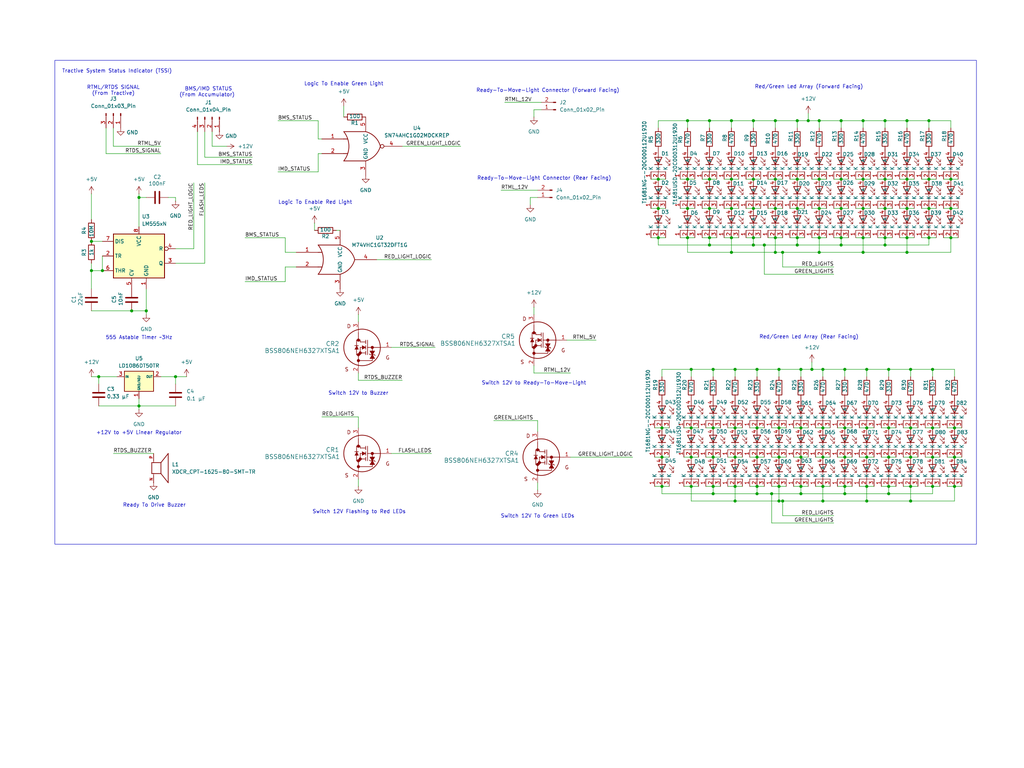
<source format=kicad_sch>
(kicad_sch (version 20231120) (generator "eeschema") (generator_version "8.0")
  (paper "User" 355.6 266.7)
  (title_block (title "Tractive System Status Indicator Board") (rev "2.0") (company "Ethan James - Shutdown Subteam - Formula Slug"))
  (junction (at 270.51 128.27))
  (junction (at 331.47 148.59))
  (junction (at 314.96 87.63))
  (junction (at 246.38 82.55))
  (junction (at 300.99 128.27))
  (junction (at 322.58 62.23))
  (junction (at 307.34 62.23))
  (junction (at 293.37 128.27))
  (junction (at 316.23 168.91))
  (junction (at 261.62 62.23))
  (junction (at 255.27 128.27))
  (junction (at 271.78 87.63))
  (junction (at 299.72 41.91))
  (junction (at 276.86 62.23))
  (junction (at 255.27 158.75))
  (junction (at 261.62 85.09))
  (junction (at 292.1 82.55))
  (junction (at 308.61 171.45))
  (junction (at 262.89 158.75))
  (junction (at 229.87 168.91))
  (junction (at 34.29 130.81))
  (junction (at 247.65 171.45))
  (junction (at 270.51 173.99))
  (junction (at 276.86 41.91))
  (junction (at 247.65 158.75))
  (junction (at 316.23 173.99))
  (junction (at 261.62 72.39))
  (junction (at 330.2 82.55))
  (junction (at 292.1 62.23))
  (junction (at 300.99 168.91))
  (junction (at 238.76 41.91))
  (junction (at 262.89 168.91))
  (junction (at 271.78 173.99))
  (junction (at 331.47 168.91))
  (junction (at 292.1 85.09))
  (junction (at 254 62.23))
  (junction (at 316.23 148.59))
  (junction (at 300.99 148.59))
  (junction (at 254 72.39))
  (junction (at 246.38 72.39))
  (junction (at 254 41.91))
  (junction (at 299.72 72.39))
  (junction (at 228.6 62.23))
  (junction (at 276.86 72.39))
  (junction (at 50.8 107.95))
  (junction (at 270.51 148.59))
  (junction (at 269.24 87.63))
  (junction (at 285.75 168.91))
  (junction (at 278.13 168.91))
  (junction (at 293.37 171.45))
  (junction (at 261.62 82.55))
  (junction (at 270.51 158.75))
  (junction (at 254 87.63))
  (junction (at 322.58 41.91))
  (junction (at 228.6 82.55))
  (junction (at 307.34 72.39))
  (junction (at 238.76 62.23))
  (junction (at 307.34 82.55))
  (junction (at 284.48 41.91))
  (junction (at 284.48 87.63))
  (junction (at 262.89 171.45))
  (junction (at 31.75 93.98))
  (junction (at 284.48 72.39))
  (junction (at 323.85 128.27))
  (junction (at 314.96 72.39))
  (junction (at 247.65 168.91))
  (junction (at 285.75 148.59))
  (junction (at 307.34 41.91))
  (junction (at 60.96 130.81))
  (junction (at 284.48 62.23))
  (junction (at 255.27 148.59))
  (junction (at 300.99 173.99))
  (junction (at 35.56 93.98))
  (junction (at 269.24 41.91))
  (junction (at 269.24 72.39))
  (junction (at 316.23 158.75))
  (junction (at 45.72 107.95))
  (junction (at 247.65 128.27))
  (junction (at 238.76 72.39))
  (junction (at 285.75 158.75))
  (junction (at 276.86 85.09))
  (junction (at 281.94 128.27))
  (junction (at 314.96 82.55))
  (junction (at 280.67 41.91))
  (junction (at 307.34 85.09))
  (junction (at 265.43 85.09))
  (junction (at 267.97 171.45))
  (junction (at 299.72 62.23))
  (junction (at 284.48 82.55))
  (junction (at 323.85 168.91))
  (junction (at 308.61 148.59))
  (junction (at 262.89 148.59))
  (junction (at 293.37 168.91))
  (junction (at 262.89 128.27))
  (junction (at 240.03 158.75))
  (junction (at 322.58 72.39))
  (junction (at 48.26 140.97))
  (junction (at 293.37 158.75))
  (junction (at 285.75 128.27))
  (junction (at 285.75 173.99))
  (junction (at 269.24 82.55))
  (junction (at 240.03 128.27))
  (junction (at 330.2 72.39))
  (junction (at 240.03 168.91))
  (junction (at 229.87 148.59))
  (junction (at 255.27 168.91))
  (junction (at 308.61 128.27))
  (junction (at 247.65 148.59))
  (junction (at 299.72 87.63))
  (junction (at 292.1 72.39))
  (junction (at 246.38 85.09))
  (junction (at 48.26 68.58))
  (junction (at 254 82.55))
  (junction (at 308.61 168.91))
  (junction (at 261.62 41.91))
  (junction (at 331.47 158.75))
  (junction (at 240.03 148.59))
  (junction (at 323.85 158.75))
  (junction (at 278.13 171.45))
  (junction (at 246.38 41.91))
  (junction (at 323.85 148.59))
  (junction (at 293.37 148.59))
  (junction (at 300.99 158.75))
  (junction (at 276.86 82.55))
  (junction (at 270.51 168.91))
  (junction (at 269.24 62.23))
  (junction (at 299.72 82.55))
  (junction (at 278.13 158.75))
  (junction (at 229.87 158.75))
  (junction (at 330.2 62.23))
  (junction (at 246.38 62.23))
  (junction (at 31.75 83.82))
  (junction (at 228.6 72.39))
  (junction (at 278.13 128.27))
  (junction (at 308.61 158.75))
  (junction (at 238.76 82.55))
  (junction (at 314.96 62.23))
  (junction (at 316.23 128.27))
  (junction (at 255.27 173.99))
  (junction (at 314.96 41.91))
  (junction (at 322.58 82.55))
  (junction (at 278.13 148.59))
  (junction (at 292.1 41.91))
  (wire (pts (xy 240.03 173.99) (xy 255.27 173.99)))
  (wire (pts (xy 171.45 146.05) (xy 186.69 146.05)))
  (wire (pts (xy 187.96 35.56) (xy 175.26 35.56)))
  (wire (pts (xy 31.75 107.95) (xy 45.72 107.95)))
  (wire (pts (xy 299.72 82.55) (xy 299.72 87.63)))
  (wire (pts (xy 265.43 95.25) (xy 265.43 85.09)))
  (wire (pts (xy 254 62.23) (xy 256.54 62.23)))
  (wire (pts (xy 262.89 128.27) (xy 262.89 130.81)))
  (wire (pts (xy 328.93 158.75) (xy 331.47 158.75)))
  (wire (pts (xy 323.85 128.27) (xy 323.85 130.81)))
  (wire (pts (xy 284.48 82.55) (xy 287.02 82.55)))
  (wire (pts (xy 266.7 82.55) (xy 269.24 82.55)))
  (wire (pts (xy 327.66 82.55) (xy 330.2 82.55)))
  (wire (pts (xy 323.85 128.27) (xy 331.47 128.27)))
  (wire (pts (xy 276.86 62.23) (xy 279.4 62.23)))
  (wire (pts (xy 298.45 168.91) (xy 300.99 168.91)))
  (wire (pts (xy 226.06 72.39) (xy 228.6 72.39)))
  (wire (pts (xy 330.2 82.55) (xy 332.74 82.55)))
  (wire (pts (xy 184.15 71.12) (xy 184.15 68.58)))
  (wire (pts (xy 316.23 128.27) (xy 323.85 128.27)))
  (wire (pts (xy 275.59 158.75) (xy 278.13 158.75)))
  (wire (pts (xy 238.76 62.23) (xy 241.3 62.23)))
  (wire (pts (xy 50.8 109.22) (xy 50.8 107.95)))
  (wire (pts (xy 306.07 168.91) (xy 308.61 168.91)))
  (wire (pts (xy 228.6 82.55) (xy 228.6 85.09)))
  (wire (pts (xy 321.31 148.59) (xy 323.85 148.59)))
  (wire (pts (xy 331.47 148.59) (xy 334.01 148.59)))
  (wire (pts (xy 246.38 85.09) (xy 261.62 85.09)))
  (wire (pts (xy 260.35 158.75) (xy 262.89 158.75)))
  (wire (pts (xy 247.65 168.91) (xy 250.19 168.91)))
  (wire (pts (xy 292.1 85.09) (xy 307.34 85.09)))
  (wire (pts (xy 246.38 62.23) (xy 248.92 62.23)))
  (wire (pts (xy 254 41.91) (xy 254 44.45)))
  (wire (pts (xy 298.45 158.75) (xy 300.99 158.75)))
  (wire (pts (xy 251.46 82.55) (xy 254 82.55)))
  (wire (pts (xy 55.88 130.81) (xy 60.96 130.81)))
  (wire (pts (xy 110.49 41.91) (xy 110.49 48.26)))
  (wire (pts (xy 99.06 87.63) (xy 102.87 87.63)))
  (wire (pts (xy 261.62 82.55) (xy 261.62 85.09)))
  (wire (pts (xy 240.03 168.91) (xy 240.03 173.99)))
  (wire (pts (xy 297.18 82.55) (xy 299.72 82.55)))
  (wire (pts (xy 60.96 91.44) (xy 71.12 91.44)))
  (wire (pts (xy 237.49 168.91) (xy 240.03 168.91)))
  (wire (pts (xy 308.61 128.27) (xy 316.23 128.27)))
  (wire (pts (xy 271.78 173.99) (xy 285.75 173.99)))
  (wire (pts (xy 254 82.55) (xy 256.54 82.55)))
  (wire (pts (xy 284.48 82.55) (xy 284.48 87.63)))
  (wire (pts (xy 269.24 41.91) (xy 269.24 44.45)))
  (wire (pts (xy 285.75 158.75) (xy 288.29 158.75)))
  (wire (pts (xy 229.87 128.27) (xy 229.87 130.81)))
  (wire (pts (xy 31.75 130.81) (xy 34.29 130.81)))
  (wire (pts (xy 238.76 72.39) (xy 241.3 72.39)))
  (wire (pts (xy 124.46 109.22) (xy 124.46 111.76)))
  (wire (pts (xy 31.75 93.98) (xy 35.56 93.98)))
  (wire (pts (xy 284.48 41.91) (xy 292.1 41.91)))
  (wire (pts (xy 314.96 41.91) (xy 322.58 41.91)))
  (wire (pts (xy 260.35 148.59) (xy 262.89 148.59)))
  (wire (pts (xy 304.8 82.55) (xy 307.34 82.55)))
  (wire (pts (xy 262.89 148.59) (xy 265.43 148.59)))
  (wire (pts (xy 71.12 45.72) (xy 71.12 54.61)))
  (wire (pts (xy 269.24 82.55) (xy 269.24 87.63)))
  (wire (pts (xy 31.75 67.31) (xy 31.75 76.2)))
  (wire (pts (xy 228.6 62.23) (xy 231.14 62.23)))
  (wire (pts (xy 246.38 82.55) (xy 246.38 85.09)))
  (wire (pts (xy 246.38 82.55) (xy 248.92 82.55)))
  (wire (pts (xy 252.73 158.75) (xy 255.27 158.75)))
  (wire (pts (xy 58.42 68.58) (xy 60.96 68.58)))
  (wire (pts (xy 274.32 82.55) (xy 276.86 82.55)))
  (wire (pts (xy 247.65 171.45) (xy 262.89 171.45)))
  (wire (pts (xy 278.13 168.91) (xy 280.67 168.91)))
  (wire (pts (xy 39.37 157.48) (xy 53.34 157.48)))
  (wire (pts (xy 35.56 83.82) (xy 31.75 83.82)))
  (wire (pts (xy 322.58 82.55) (xy 322.58 85.09)))
  (wire (pts (xy 299.72 87.63) (xy 314.96 87.63)))
  (wire (pts (xy 48.26 67.31) (xy 48.26 68.58)))
  (wire (pts (xy 39.37 50.8) (xy 55.88 50.8)))
  (wire (pts (xy 297.18 62.23) (xy 299.72 62.23)))
  (wire (pts (xy 284.48 72.39) (xy 287.02 72.39)))
  (wire (pts (xy 292.1 82.55) (xy 294.64 82.55)))
  (wire (pts (xy 184.15 68.58) (xy 186.69 68.58)))
  (wire (pts (xy 314.96 82.55) (xy 314.96 87.63)))
  (wire (pts (xy 245.11 148.59) (xy 247.65 148.59)))
  (wire (pts (xy 261.62 41.91) (xy 261.62 44.45)))
  (wire (pts (xy 300.99 158.75) (xy 303.53 158.75)))
  (wire (pts (xy 290.83 148.59) (xy 293.37 148.59)))
  (wire (pts (xy 185.42 127) (xy 185.42 129.54)))
  (wire (pts (xy 276.86 41.91) (xy 276.86 44.45)))
  (wire (pts (xy 307.34 82.55) (xy 307.34 85.09)))
  (wire (pts (xy 327.66 72.39) (xy 330.2 72.39)))
  (wire (pts (xy 266.7 72.39) (xy 269.24 72.39)))
  (wire (pts (xy 254 87.63) (xy 269.24 87.63)))
  (wire (pts (xy 267.97 171.45) (xy 278.13 171.45)))
  (wire (pts (xy 255.27 128.27) (xy 255.27 130.81)))
  (wire (pts (xy 293.37 158.75) (xy 295.91 158.75)))
  (wire (pts (xy 308.61 128.27) (xy 308.61 130.81)))
  (wire (pts (xy 198.12 158.75) (xy 219.71 158.75)))
  (wire (pts (xy 265.43 85.09) (xy 276.86 85.09)))
  (wire (pts (xy 48.26 138.43) (xy 48.26 140.97)))
  (wire (pts (xy 68.58 57.15) (xy 87.63 57.15)))
  (wire (pts (xy 322.58 82.55) (xy 325.12 82.55)))
  (wire (pts (xy 246.38 41.91) (xy 246.38 44.45)))
  (wire (pts (xy 34.29 130.81) (xy 34.29 133.35)))
  (wire (pts (xy 85.09 97.79) (xy 99.06 97.79)))
  (wire (pts (xy 262.89 128.27) (xy 270.51 128.27)))
  (wire (pts (xy 274.32 72.39) (xy 276.86 72.39)))
  (wire (pts (xy 34.29 140.97) (xy 48.26 140.97)))
  (wire (pts (xy 261.62 85.09) (xy 265.43 85.09)))
  (wire (pts (xy 50.8 100.33) (xy 50.8 107.95)))
  (wire (pts (xy 276.86 72.39) (xy 279.4 72.39)))
  (wire (pts (xy 185.42 40.64) (xy 185.42 38.1)))
  (wire (pts (xy 271.78 179.07) (xy 289.56 179.07)))
  (wire (pts (xy 31.75 100.33) (xy 31.75 93.98)))
  (wire (pts (xy 229.87 168.91) (xy 229.87 171.45)))
  (wire (pts (xy 271.78 179.07) (xy 271.78 173.99)))
  (wire (pts (xy 293.37 171.45) (xy 308.61 171.45)))
  (wire (pts (xy 255.27 158.75) (xy 257.81 158.75)))
  (wire (pts (xy 269.24 82.55) (xy 271.78 82.55)))
  (wire (pts (xy 227.33 148.59) (xy 229.87 148.59)))
  (wire (pts (xy 284.48 62.23) (xy 287.02 62.23)))
  (wire (pts (xy 271.78 92.71) (xy 289.56 92.71)))
  (wire (pts (xy 323.85 168.91) (xy 323.85 171.45)))
  (wire (pts (xy 247.65 158.75) (xy 250.19 158.75)))
  (wire (pts (xy 99.06 92.71) (xy 102.87 92.71)))
  (wire (pts (xy 322.58 41.91) (xy 322.58 44.45)))
  (wire (pts (xy 243.84 72.39) (xy 246.38 72.39)))
  (wire (pts (xy 226.06 82.55) (xy 228.6 82.55)))
  (wire (pts (xy 247.65 168.91) (xy 247.65 171.45)))
  (wire (pts (xy 285.75 128.27) (xy 285.75 130.81)))
  (wire (pts (xy 308.61 168.91) (xy 311.15 168.91)))
  (wire (pts (xy 246.38 85.09) (xy 228.6 85.09)))
  (wire (pts (xy 255.27 128.27) (xy 262.89 128.27)))
  (wire (pts (xy 34.29 130.81) (xy 40.64 130.81)))
  (wire (pts (xy 285.75 168.91) (xy 288.29 168.91)))
  (wire (pts (xy 320.04 82.55) (xy 322.58 82.55)))
  (wire (pts (xy 237.49 148.59) (xy 240.03 148.59)))
  (wire (pts (xy 236.22 82.55) (xy 238.76 82.55)))
  (wire (pts (xy 251.46 62.23) (xy 254 62.23)))
  (wire (pts (xy 313.69 168.91) (xy 316.23 168.91)))
  (wire (pts (xy 254 72.39) (xy 256.54 72.39)))
  (wire (pts (xy 284.48 41.91) (xy 284.48 44.45)))
  (wire (pts (xy 247.65 128.27) (xy 247.65 130.81)))
  (wire (pts (xy 229.87 128.27) (xy 240.03 128.27)))
  (wire (pts (xy 185.42 129.54) (xy 198.12 129.54)))
  (wire (pts (xy 36.83 44.45) (xy 36.83 53.34)))
  (wire (pts (xy 255.27 173.99) (xy 270.51 173.99)))
  (wire (pts (xy 300.99 168.91) (xy 303.53 168.91)))
  (wire (pts (xy 292.1 82.55) (xy 292.1 85.09)))
  (wire (pts (xy 299.72 82.55) (xy 302.26 82.55)))
  (wire (pts (xy 300.99 148.59) (xy 303.53 148.59)))
  (wire (pts (xy 285.75 168.91) (xy 285.75 173.99)))
  (wire (pts (xy 73.66 45.72) (xy 73.66 50.8)))
  (wire (pts (xy 281.94 72.39) (xy 284.48 72.39)))
  (wire (pts (xy 269.24 87.63) (xy 271.78 87.63)))
  (wire (pts (xy 285.75 128.27) (xy 293.37 128.27)))
  (wire (pts (xy 119.38 40.64) (xy 119.38 36.83)))
  (wire (pts (xy 71.12 91.44) (xy 71.12 63.5)))
  (wire (pts (xy 323.85 148.59) (xy 326.39 148.59)))
  (wire (pts (xy 292.1 72.39) (xy 294.64 72.39)))
  (wire (pts (xy 48.26 140.97) (xy 60.96 140.97)))
  (wire (pts (xy 330.2 72.39) (xy 332.74 72.39)))
  (wire (pts (xy 281.94 82.55) (xy 284.48 82.55)))
  (wire (pts (xy 60.96 130.81) (xy 64.77 130.81)))
  (wire (pts (xy 304.8 62.23) (xy 307.34 62.23)))
  (wire (pts (xy 276.86 82.55) (xy 279.4 82.55)))
  (wire (pts (xy 307.34 82.55) (xy 309.88 82.55)))
  (wire (pts (xy 110.49 59.69) (xy 110.49 53.34)))
  (wire (pts (xy 185.42 38.1) (xy 187.96 38.1)))
  (wire (pts (xy 306.07 158.75) (xy 308.61 158.75)))
  (wire (pts (xy 96.52 59.69) (xy 110.49 59.69)))
  (wire (pts (xy 328.93 168.91) (xy 331.47 168.91)))
  (wire (pts (xy 289.56 72.39) (xy 292.1 72.39)))
  (wire (pts (xy 96.52 41.91) (xy 110.49 41.91)))
  (wire (pts (xy 251.46 72.39) (xy 254 72.39)))
  (wire (pts (xy 259.08 62.23) (xy 261.62 62.23)))
  (wire (pts (xy 290.83 168.91) (xy 293.37 168.91)))
  (wire (pts (xy 316.23 168.91) (xy 318.77 168.91)))
  (wire (pts (xy 323.85 168.91) (xy 326.39 168.91)))
  (wire (pts (xy 267.97 181.61) (xy 267.97 171.45)))
  (wire (pts (xy 135.89 157.48) (xy 149.86 157.48)))
  (wire (pts (xy 240.03 148.59) (xy 242.57 148.59)))
  (wire (pts (xy 270.51 168.91) (xy 273.05 168.91)))
  (wire (pts (xy 267.97 158.75) (xy 270.51 158.75)))
  (wire (pts (xy 312.42 72.39) (xy 314.96 72.39)))
  (wire (pts (xy 300.99 168.91) (xy 300.99 173.99)))
  (wire (pts (xy 316.23 148.59) (xy 318.77 148.59)))
  (wire (pts (xy 321.31 158.75) (xy 323.85 158.75)))
  (wire (pts (xy 31.75 93.98) (xy 31.75 91.44)))
  (wire (pts (xy 262.89 158.75) (xy 265.43 158.75)))
  (wire (pts (xy 228.6 72.39) (xy 231.14 72.39)))
  (wire (pts (xy 243.84 62.23) (xy 246.38 62.23)))
  (wire (pts (xy 246.38 72.39) (xy 248.92 72.39)))
  (wire (pts (xy 261.62 82.55) (xy 264.16 82.55)))
  (wire (pts (xy 262.89 168.91) (xy 262.89 171.45)))
  (wire (pts (xy 312.42 82.55) (xy 314.96 82.55)))
  (wire (pts (xy 304.8 72.39) (xy 307.34 72.39)))
  (wire (pts (xy 280.67 41.91) (xy 284.48 41.91)))
  (wire (pts (xy 228.6 41.91) (xy 228.6 44.45)))
  (wire (pts (xy 322.58 41.91) (xy 330.2 41.91)))
  (wire (pts (xy 278.13 128.27) (xy 278.13 130.81)))
  (wire (pts (xy 270.51 148.59) (xy 273.05 148.59)))
  (wire (pts (xy 331.47 128.27) (xy 331.47 130.81)))
  (wire (pts (xy 71.12 54.61) (xy 87.63 54.61)))
  (wire (pts (xy 48.26 68.58) (xy 48.26 78.74)))
  (wire (pts (xy 245.11 158.75) (xy 247.65 158.75)))
  (wire (pts (xy 300.99 173.99) (xy 316.23 173.99)))
  (wire (pts (xy 307.34 41.91) (xy 314.96 41.91)))
  (wire (pts (xy 316.23 128.27) (xy 316.23 130.81)))
  (wire (pts (xy 240.03 158.75) (xy 242.57 158.75)))
  (wire (pts (xy 327.66 62.23) (xy 330.2 62.23)))
  (wire (pts (xy 308.61 148.59) (xy 311.15 148.59)))
  (wire (pts (xy 255.27 148.59) (xy 257.81 148.59)))
  (wire (pts (xy 299.72 62.23) (xy 302.26 62.23)))
  (wire (pts (xy 73.66 50.8) (xy 78.74 50.8)))
  (wire (pts (xy 228.6 41.91) (xy 238.76 41.91)))
  (wire (pts (xy 321.31 168.91) (xy 323.85 168.91)))
  (wire (pts (xy 280.67 39.37) (xy 280.67 41.91)))
  (wire (pts (xy 293.37 128.27) (xy 293.37 130.81)))
  (wire (pts (xy 35.56 88.9) (xy 35.56 93.98)))
  (wire (pts (xy 313.69 148.59) (xy 316.23 148.59)))
  (wire (pts (xy 269.24 41.91) (xy 276.86 41.91)))
  (wire (pts (xy 278.13 128.27) (xy 281.94 128.27)))
  (wire (pts (xy 259.08 82.55) (xy 261.62 82.55)))
  (wire (pts (xy 60.96 86.36) (xy 67.31 86.36)))
  (wire (pts (xy 308.61 158.75) (xy 311.15 158.75)))
  (wire (pts (xy 299.72 72.39) (xy 302.26 72.39)))
  (wire (pts (xy 314.96 82.55) (xy 317.5 82.55)))
  (wire (pts (xy 313.69 158.75) (xy 316.23 158.75)))
  (wire (pts (xy 252.73 148.59) (xy 255.27 148.59)))
  (wire (pts (xy 270.51 158.75) (xy 273.05 158.75)))
  (wire (pts (xy 260.35 168.91) (xy 262.89 168.91)))
  (wire (pts (xy 110.49 53.34) (xy 111.76 53.34)))
  (wire (pts (xy 226.06 62.23) (xy 228.6 62.23)))
  (wire (pts (xy 240.03 128.27) (xy 240.03 130.81)))
  (wire (pts (xy 228.6 82.55) (xy 231.14 82.55)))
  (wire (pts (xy 314.96 41.91) (xy 314.96 44.45)))
  (wire (pts (xy 109.22 77.47) (xy 109.22 80.01)))
  (wire (pts (xy 300.99 128.27) (xy 300.99 130.81)))
  (wire (pts (xy 322.58 62.23) (xy 325.12 62.23)))
  (wire (pts (xy 246.38 41.91) (xy 254 41.91)))
  (wire (pts (xy 292.1 41.91) (xy 299.72 41.91)))
  (wire (pts (xy 60.96 68.58) (xy 60.96 69.85)))
  (wire (pts (xy 124.46 168.91) (xy 124.46 166.37)))
  (wire (pts (xy 328.93 148.59) (xy 331.47 148.59)))
  (wire (pts (xy 293.37 128.27) (xy 300.99 128.27)))
  (wire (pts (xy 124.46 144.78) (xy 124.46 148.59)))
  (wire (pts (xy 298.45 148.59) (xy 300.99 148.59)))
  (wire (pts (xy 229.87 158.75) (xy 232.41 158.75)))
  (wire (pts (xy 130.81 90.17) (xy 149.86 90.17)))
  (wire (pts (xy 316.23 158.75) (xy 318.77 158.75)))
  (wire (pts (xy 227.33 158.75) (xy 229.87 158.75)))
  (wire (pts (xy 60.96 130.81) (xy 60.96 133.35)))
  (wire (pts (xy 322.58 85.09) (xy 307.34 85.09)))
  (wire (pts (xy 255.27 168.91) (xy 255.27 173.99)))
  (wire (pts (xy 186.69 170.18) (xy 186.69 167.64)))
  (wire (pts (xy 271.78 173.99) (xy 270.51 173.99)))
  (wire (pts (xy 185.42 106.68) (xy 185.42 109.22)))
  (wire (pts (xy 99.06 97.79) (xy 99.06 92.71)))
  (wire (pts (xy 299.72 41.91) (xy 307.34 41.91)))
  (wire (pts (xy 227.33 168.91) (xy 229.87 168.91)))
  (wire (pts (xy 323.85 171.45) (xy 308.61 171.45)))
  (wire (pts (xy 254 41.91) (xy 261.62 41.91)))
  (wire (pts (xy 293.37 168.91) (xy 293.37 171.45)))
  (wire (pts (xy 243.84 82.55) (xy 246.38 82.55)))
  (wire (pts (xy 238.76 87.63) (xy 254 87.63)))
  (wire (pts (xy 276.86 85.09) (xy 292.1 85.09)))
  (wire (pts (xy 330.2 62.23) (xy 332.74 62.23)))
  (wire (pts (xy 111.76 144.78) (xy 124.46 144.78)))
  (wire (pts (xy 300.99 128.27) (xy 308.61 128.27)))
  (wire (pts (xy 238.76 41.91) (xy 238.76 44.45)))
  (wire (pts (xy 276.86 82.55) (xy 276.86 85.09)))
  (wire (pts (xy 270.51 168.91) (xy 270.51 173.99)))
  (wire (pts (xy 274.32 62.23) (xy 276.86 62.23)))
  (wire (pts (xy 238.76 82.55) (xy 238.76 87.63)))
  (wire (pts (xy 48.26 68.58) (xy 50.8 68.58)))
  (wire (pts (xy 36.83 53.34) (xy 55.88 53.34)))
  (wire (pts (xy 331.47 168.91) (xy 331.47 173.99)))
  (wire (pts (xy 289.56 62.23) (xy 292.1 62.23)))
  (wire (pts (xy 247.65 148.59) (xy 250.19 148.59)))
  (wire (pts (xy 269.24 62.23) (xy 271.78 62.23)))
  (wire (pts (xy 281.94 62.23) (xy 284.48 62.23)))
  (wire (pts (xy 270.51 128.27) (xy 278.13 128.27)))
  (wire (pts (xy 261.62 72.39) (xy 264.16 72.39)))
  (wire (pts (xy 238.76 41.91) (xy 246.38 41.91)))
  (wire (pts (xy 99.06 82.55) (xy 99.06 87.63)))
  (wire (pts (xy 124.46 129.54) (xy 124.46 132.08)))
  (wire (pts (xy 289.56 82.55) (xy 292.1 82.55)))
  (wire (pts (xy 330.2 82.55) (xy 330.2 87.63)))
  (wire (pts (xy 186.69 146.05) (xy 186.69 149.86)))
  (wire (pts (xy 124.46 132.08) (xy 139.7 132.08)))
  (wire (pts (xy 293.37 148.59) (xy 295.91 148.59)))
  (wire (pts (xy 269.24 72.39) (xy 271.78 72.39)))
  (wire (pts (xy 261.62 62.23) (xy 264.16 62.23)))
  (wire (pts (xy 245.11 168.91) (xy 247.65 168.91)))
  (wire (pts (xy 110.49 48.26) (xy 111.76 48.26)))
  (wire (pts (xy 314.96 72.39) (xy 317.5 72.39)))
  (wire (pts (xy 267.97 181.61) (xy 289.56 181.61)))
  (wire (pts (xy 297.18 72.39) (xy 299.72 72.39)))
  (wire (pts (xy 292.1 41.91) (xy 292.1 44.45)))
  (wire (pts (xy 247.65 128.27) (xy 255.27 128.27)))
  (wire (pts (xy 283.21 168.91) (xy 285.75 168.91)))
  (wire (pts (xy 116.84 80.01) (xy 118.11 80.01)))
  (wire (pts (xy 283.21 158.75) (xy 285.75 158.75)))
  (wire (pts (xy 240.03 128.27) (xy 247.65 128.27)))
  (wire (pts (xy 292.1 62.23) (xy 294.64 62.23)))
  (wire (pts (xy 278.13 168.91) (xy 278.13 171.45)))
  (wire (pts (xy 261.62 41.91) (xy 269.24 41.91)))
  (wire (pts (xy 262.89 168.91) (xy 265.43 168.91)))
  (wire (pts (xy 237.49 158.75) (xy 240.03 158.75)))
  (wire (pts (xy 312.42 62.23) (xy 314.96 62.23)))
  (wire (pts (xy 314.96 62.23) (xy 317.5 62.23)))
  (wire (pts (xy 331.47 168.91) (xy 334.01 168.91)))
  (wire (pts (xy 229.87 148.59) (xy 232.41 148.59)))
  (wire (pts (xy 290.83 158.75) (xy 293.37 158.75)))
  (wire (pts (xy 330.2 41.91) (xy 330.2 44.45)))
  (wire (pts (xy 160.02 50.8) (xy 139.7 50.8)))
  (wire (pts (xy 330.2 87.63) (xy 314.96 87.63)))
  (wire (pts (xy 307.34 72.39) (xy 309.88 72.39)))
  (wire (pts (xy 275.59 168.91) (xy 278.13 168.91)))
  (wire (pts (xy 267.97 148.59) (xy 270.51 148.59)))
  (wire (pts (xy 331.47 173.99) (xy 316.23 173.99)))
  (wire (pts (xy 262.89 171.45) (xy 267.97 171.45)))
  (wire (pts (xy 68.58 45.72) (xy 68.58 57.15)))
  (wire (pts (xy 284.48 87.63) (xy 299.72 87.63)))
  (wire (pts (xy 320.04 72.39) (xy 322.58 72.39)))
  (wire (pts (xy 283.21 148.59) (xy 285.75 148.59)))
  (wire (pts (xy 252.73 168.91) (xy 255.27 168.91)))
  (wire (pts (xy 293.37 168.91) (xy 295.91 168.91)))
  (wire (pts (xy 271.78 87.63) (xy 284.48 87.63)))
  (wire (pts (xy 278.13 158.75) (xy 280.67 158.75)))
  (wire (pts (xy 323.85 158.75) (xy 326.39 158.75)))
  (wire (pts (xy 306.07 148.59) (xy 308.61 148.59)))
  (wire (pts (xy 247.65 171.45) (xy 229.87 171.45)))
  (wire (pts (xy 196.85 118.11) (xy 207.01 118.11)))
  (wire (pts (xy 275.59 148.59) (xy 278.13 148.59)))
  (wire (pts (xy 285.75 173.99) (xy 300.99 173.99)))
  (wire (pts (xy 135.89 120.65) (xy 151.13 120.65)))
  (wire (pts (xy 265.43 95.25) (xy 289.56 95.25)))
  (wire (pts (xy 271.78 92.71) (xy 271.78 87.63)))
  (wire (pts (xy 322.58 72.39) (xy 325.12 72.39)))
  (wire (pts (xy 48.26 140.97) (xy 48.26 142.24)))
  (wire (pts (xy 281.94 125.73) (xy 281.94 128.27)))
  (wire (pts (xy 238.76 82.55) (xy 241.3 82.55)))
  (wire (pts (xy 270.51 128.27) (xy 270.51 130.81)))
  (wire (pts (xy 320.04 62.23) (xy 322.58 62.23)))
  (wire (pts (xy 229.87 168.91) (xy 232.41 168.91)))
  (wire (pts (xy 307.34 62.23) (xy 309.88 62.23)))
  (wire (pts (xy 39.37 44.45) (xy 39.37 50.8)))
  (wire (pts (xy 254 82.55) (xy 254 87.63)))
  (wire (pts (xy 186.69 66.04) (xy 173.99 66.04)))
  (wire (pts (xy 236.22 72.39) (xy 238.76 72.39)))
  (wire (pts (xy 240.03 168.91) (xy 242.57 168.91)))
  (wire (pts (xy 299.72 41.91) (xy 299.72 44.45)))
  (wire (pts (xy 267.97 168.91) (xy 270.51 168.91)))
  (wire (pts (xy 331.47 158.75) (xy 334.01 158.75)))
  (wire (pts (xy 45.72 107.95) (xy 50.8 107.95)))
  (wire (pts (xy 276.86 41.91) (xy 280.67 41.91)))
  (wire (pts (xy 281.94 128.27) (xy 285.75 128.27)))
  (wire (pts (xy 316.23 168.91) (xy 316.23 173.99)))
  (wire (pts (xy 307.34 41.91) (xy 307.34 44.45)))
  (wire (pts (xy 259.08 72.39) (xy 261.62 72.39)))
  (wire (pts (xy 266.7 62.23) (xy 269.24 62.23)))
  (wire (pts (xy 85.09 82.55) (xy 99.06 82.55)))
  (wire (pts (xy 67.31 86.36) (xy 67.31 63.5)))
  (wire (pts (xy 236.22 62.23) (xy 238.76 62.23)))
  (wire (pts (xy 278.13 148.59) (xy 280.67 148.59)))
  (wire (pts (xy 278.13 171.45) (xy 293.37 171.45)))
  (wire (pts (xy 308.61 168.91) (xy 308.61 171.45)))
  (wire (pts (xy 255.27 168.91) (xy 257.81 168.91)))
  (wire (pts (xy 285.75 148.59) (xy 288.29 148.59)))
  (rectangle (start 19.05 20.955) (end 339.09 188.976))
  (text "Switch 12V to Ready-To-Move-Light" (at 185.42 133.096 0) (effects (font (size 1.27 1.27))))
  (text "Switch 12V Flashing to Red LEDs" (at 124.714 177.8 0) (effects (font (size 1.27 1.27))))
  (text "Logic To Enable Red Light" (at 109.474 70.358 0) (effects (font (size 1.27 1.27))))
  (text "Tractive System Status Indicator (TSSI)" (at 40.64 24.765 0) (effects (font (size 1.27 1.27))))
  (text "Switch 12V to Buzzer" (at 124.46 136.652 0) (effects (font (size 1.27 1.27))))
  (text "Red/Green Led Array (Rear Facing)" (at 280.924 117.094 0) (effects (font (size 1.27 1.27))))
  (text "BMS/IMD STATUS\n(From Accumulator) " (at 72.39 32.004 0) (effects (font (size 1.27 1.27))))
  (text "Logic To Enable Green Light" (at 119.38 29.21 0) (effects (font (size 1.27 1.27))))
  (text "Ready-To-Move-Light Connector (Forward Facing)" (at 190.246 31.496 0) (effects (font (size 1.27 1.27))))
  (text "Switch 12V To Green LEDs" (at 186.69 179.324 0) (effects (font (size 1.27 1.27))))
  (text "Ready To Drive Buzzer" (at 53.594 175.514 0) (effects (font (size 1.27 1.27))))
  (text "+12V to +5V Linear Regulator" (at 48.26 150.368 0) (effects (font (size 1.27 1.27))))
  (text "Red/Green Led Array (Forward Facing)" (at 280.924 30.226 0) (effects (font (size 1.27 1.27))))
  (text "Ready-To-Move-Light Connector (Rear Facing)" (at 188.976 61.976 0) (effects (font (size 1.27 1.27))))
  (text "RTML/RTDS SIGNAL\n(From Tractive)" (at 39.37 31.496 0) (effects (font (size 1.27 1.27))))
  (text "555 Astable Timer ~3Hz" (at 48.26 117.348 0) (effects (font (size 1.27 1.27))))
  (label "RTML_5V" (at 207.01 118.11 180))
  (label "RTDS_SIGNAL" (at 151.13 120.65 180))
  (label "RTML_12V" (at 173.99 66.04 0))
  (label "GREEN_LIGHTS" (at 171.45 146.05 0))
  (label "GREEN_LIGHT_LOGIC" (at 219.71 158.75 180))
  (label "FLASH_LEDS" (at 149.86 157.48 180))
  (label "FLASH_LEDS" (at 71.12 63.5 270))
  (label "IMD_STATUS" (at 96.52 59.69 0))
  (label "RTDS_BUZZER" (at 139.7 132.08 180))
  (label "GREEN_LIGHT_LOGIC" (at 160.02 50.8 180))
  (label "RTML_12V" (at 198.12 129.54 180))
  (label "RED_LIGHTS" (at 289.56 179.07 180))
  (label "RED_LIGHTS" (at 289.56 92.71 180))
  (label "IMD_STATUS" (at 85.09 97.79 0))
  (label "RED_LIGHTS" (at 111.76 144.78 0))
  (label "BMS_STATUS" (at 96.52 41.91 0))
  (label "RED_LIGHT_LOGIC" (at 67.31 63.5 270))
  (label "RTDS_BUZZER" (at 39.37 157.48 0))
  (label "RTML_12V" (at 175.26 35.56 0))
  (label "IMD_STATUS" (at 87.63 57.15 180))
  (label "RED_LIGHT_LOGIC" (at 149.86 90.17 180))
  (label "GREEN_LIGHTS" (at 289.56 95.25 180))
  (label "RTDS_SIGNAL" (at 55.88 53.34 180))
  (label "BMS_STATUS" (at 87.63 54.61 180))
  (label "BMS_STATUS" (at 85.09 82.55 0))
  (label "GREEN_LIGHTS" (at 289.56 181.61 180))
  (label "RTML_5V" (at 55.88 50.8 180))
  (symbol (lib_id "T1681NG--20C000112U1930:T1681USD-20C000312U1930") (at 284.48 66.04 90) (unit 1)
    (property "Reference" "D23" (at 284.988 63.754 90) (effects (justify right)))
    (property "Value" "T1681USD-20C000312U1930" (effects (hide yes)))
    (property "Footprint" "Footprints:T1681NG--20C000112U1930" (effects (hide yes)))
    (property "Datasheet" "https://www.digikey.com/en/products/detail/harvatek-corporation/T1681USD-20C000312U1930/16818082" (effects (hide yes)))
    (property "Description" "Red 623nm LED Indication - Discrete 2V 4-PLCC" (effects (hide yes)))
  )
  (symbol (lib_id "T1681NG--20C000112U1930:T1681USD-20C000312U1930") (at 314.96 55.88 90) (unit 1)
    (property "Reference" "D34" (at 315.468 53.594 90) (effects (justify right)))
    (property "Value" "T1681USD-20C000312U1930" (effects (hide yes)))
    (property "Footprint" "Footprints:T1681NG--20C000112U1930" (effects (hide yes)))
    (property "Datasheet" "https://www.digikey.com/en/products/detail/harvatek-corporation/T1681USD-20C000312U1930/16818082" (effects (hide yes)))
    (property "Description" "Red 623nm LED Indication - Discrete 2V 4-PLCC" (effects (hide yes)))
  )
  (symbol (lib_id "T1681NG--20C000112U1930:T1681USD-20C000312U1930") (at 316.23 162.56 90) (unit 1)
    (property "Reference" "D78" (at 316.738 160.274 90) (effects (justify right)))
    (property "Value" "T1681USD-20C000312U1930" (effects (hide yes)))
    (property "Footprint" "Footprints:T1681NG--20C000112U1930" (effects (hide yes)))
    (property "Datasheet" "https://www.digikey.com/en/products/detail/harvatek-corporation/T1681USD-20C000312U1930/16818082" (effects (hide yes)))
    (property "Description" "Red 623nm LED Indication - Discrete 2V 4-PLCC" (effects (hide yes)))
  )
  (symbol (lib_id "Device:R") (at 284.48 48.26 0) (unit 1)
    (property "Reference" "R12" (at 282.194 49.276 90) (effects (justify left)))
    (property "Value" "470" (at 284.48 50.038 90) (effects (justify left)))
    (property "Footprint" "Resistor_SMD:R_0805_2012Metric_Pad1.20x1.40mm_HandSolder" (effects (hide yes)))
    (property "Description" "Resistor" (effects (hide yes)))
  )
  (symbol (lib_id "Device:C") (at 45.72 104.14 180) (unit 1)
    (property "Reference" "C5" (at 39.624 102.616 90) (effects (justify left)))
    (property "Value" "10nF" (at 41.91 101.346 90) (effects (justify left)))
    (property "Footprint" "Capacitor_SMD:C_0805_2012Metric_Pad1.18x1.45mm_HandSolder" (effects (hide yes)))
    (property "Description" "Unpolarized capacitor" (effects (hide yes)))
  )
  (symbol (lib_id "T1681NG--20C000112U1930:T1681NG--20C000112U1930") (at 322.58 55.88 90) (unit 1)
    (property "Reference" "D37" (at 323.088 53.594 90) (effects (justify right)))
    (property "Value" "T1681NG--20C000112U1930" (effects (hide yes)))
    (property "Footprint" "Footprints:T1681NG--20C000112U1930" (effects (hide yes)))
    (property "Datasheet" "https://mm.digikey.com/Volume0/opasdata/d220001/medias/docus/5343/T1681NG--20C000112U1930.pdf" (effects (hide yes)))
    (property "Description" "Green 525nm LED Indication - Discrete 3.2V 4-PLCC" (effects (hide yes)))
  )
  (symbol (lib_id "Device:R") (at 314.96 48.26 0) (unit 1)
    (property "Reference" "R16" (at 312.674 49.276 90) (effects (justify left)))
    (property "Value" "470" (at 314.96 50.038 90) (effects (justify left)))
    (property "Footprint" "Resistor_SMD:R_0805_2012Metric_Pad1.20x1.40mm_HandSolder" (effects (hide yes)))
    (property "Description" "Resistor" (effects (hide yes)))
  )
  (symbol (lib_id "T1681NG--20C000112U1930:T1681USD-20C000312U1930") (at 269.24 55.88 90) (unit 1)
    (property "Reference" "D16" (at 269.748 53.34 90) (effects (justify right)))
    (property "Value" "T1681USD-20C000312U1930" (effects (hide yes)))
    (property "Footprint" "Footprints:T1681NG--20C000112U1930" (effects (hide yes)))
    (property "Datasheet" "https://www.digikey.com/en/products/detail/harvatek-corporation/T1681USD-20C000312U1930/16818082" (effects (hide yes)))
    (property "Description" "Red 623nm LED Indication - Discrete 2V 4-PLCC" (effects (hide yes)))
  )
  (symbol (lib_id "T1681NG--20C000112U1930:T1681USD-20C000312U1930") (at 314.96 76.2 90) (unit 1)
    (property "Reference" "D36" (at 315.468 73.914 90) (effects (justify right)))
    (property "Value" "T1681USD-20C000312U1930" (effects (hide yes)))
    (property "Footprint" "Footprints:T1681NG--20C000112U1930" (effects (hide yes)))
    (property "Datasheet" "https://www.digikey.com/en/products/detail/harvatek-corporation/T1681USD-20C000312U1930/16818082" (effects (hide yes)))
    (property "Description" "Red 623nm LED Indication - Discrete 2V 4-PLCC" (effects (hide yes)))
  )
  (symbol (lib_id "Device:R") (at 300.99 134.62 0) (unit 1)
    (property "Reference" "R28" (at 298.704 135.636 90) (effects (justify left)))
    (property "Value" "470" (at 300.99 136.398 90) (effects (justify left)))
    (property "Footprint" "Resistor_SMD:R_0805_2012Metric_Pad1.20x1.40mm_HandSolder" (effects (hide yes)))
    (property "Description" "Resistor" (effects (hide yes)))
  )
  (symbol (lib_id "T1681NG--20C000112U1930:T1681NG--20C000112U1930") (at 292.1 55.88 90) (unit 1)
    (property "Reference" "D25" (at 292.608 53.594 90) (effects (justify right)))
    (property "Value" "T1681NG--20C000112U1930" (effects (hide yes)))
    (property "Footprint" "Footprints:T1681NG--20C000112U1930" (effects (hide yes)))
    (property "Datasheet" "https://mm.digikey.com/Volume0/opasdata/d220001/medias/docus/5343/T1681NG--20C000112U1930.pdf" (effects (hide yes)))
    (property "Description" "Green 525nm LED Indication - Discrete 3.2V 4-PLCC" (effects (hide yes)))
  )
  (symbol (lib_id "Device:R") (at 113.03 80.01 270) (unit 1)
    (property "Reference" "R2" (at 113.03 82.042 90))
    (property "Value" "100" (at 113.03 79.756 90))
    (property "Footprint" "Resistor_SMD:R_0805_2012Metric_Pad1.20x1.40mm_HandSolder" (effects (hide yes)))
    (property "Description" "Resistor" (effects (hide yes)))
  )
  (symbol (lib_id "T1681NG--20C000112U1930:T1681USD-20C000312U1930") (at 314.96 66.04 90) (unit 1)
    (property "Reference" "D35" (at 315.468 63.754 90) (effects (justify right)))
    (property "Value" "T1681USD-20C000312U1930" (effects (hide yes)))
    (property "Footprint" "Footprints:T1681NG--20C000112U1930" (effects (hide yes)))
    (property "Datasheet" "https://www.digikey.com/en/products/detail/harvatek-corporation/T1681USD-20C000312U1930/16818082" (effects (hide yes)))
    (property "Description" "Red 623nm LED Indication - Discrete 2V 4-PLCC" (effects (hide yes)))
  )
  (symbol (lib_id "T1681NG--20C000112U1930:T1681NG--20C000112U1930") (at 308.61 152.4 90) (unit 1)
    (property "Reference" "D74" (at 309.372 150.114 90) (effects (justify right)))
    (property "Value" "T1681NG--20C000112U1930" (effects (hide yes)))
    (property "Footprint" "Footprints:T1681NG--20C000112U1930" (effects (hide yes)))
    (property "Datasheet" "https://mm.digikey.com/Volume0/opasdata/d220001/medias/docus/5343/T1681NG--20C000112U1930.pdf" (effects (hide yes)))
    (property "Description" "Green 525nm LED Indication - Discrete 3.2V 4-PLCC" (effects (hide yes)))
  )
  (symbol (lib_id "T1681NG--20C000112U1930:T1681USD-20C000312U1930") (at 238.76 55.88 90) (unit 1)
    (property "Reference" "D4" (at 239.522 53.34 90) (effects (justify right)))
    (property "Value" "T1681USD-20C000312U1930" (at 234.442 42.672 0) (effects (justify right)))
    (property "Footprint" "Footprints:T1681NG--20C000112U1930" (effects (hide yes)))
    (property "Datasheet" "https://www.digikey.com/en/products/detail/harvatek-corporation/T1681USD-20C000312U1930/16818082" (effects (hide yes)))
    (property "Description" "Red 623nm LED Indication - Discrete 2V 4-PLCC" (effects (hide yes)))
  )
  (symbol (lib_id "T1681NG--20C000112U1930:T1681USD-20C000312U1930") (at 330.2 76.2 90) (unit 1)
    (property "Reference" "D42" (at 330.708 73.914 90) (effects (justify right)))
    (property "Value" "T1681USD-20C000312U1930" (effects (hide yes)))
    (property "Footprint" "Footprints:T1681NG--20C000112U1930" (effects (hide yes)))
    (property "Datasheet" "https://www.digikey.com/en/products/detail/harvatek-corporation/T1681USD-20C000312U1930/16818082" (effects (hide yes)))
    (property "Description" "Red 623nm LED Indication - Discrete 2V 4-PLCC" (effects (hide yes)))
  )
  (symbol (lib_id "power:GND") (at 186.69 170.18 0) (unit 1)
    (property "Reference" "#PWR07" (effects (hide yes)))
    (property "Value" "GND" (at 186.69 175.26 0))
    (property "Description" "Power symbol creates a global label with name \"GND\" , ground" (effects (hide yes)))
  )
  (symbol (lib_id "Device:R") (at 330.2 48.26 0) (unit 1)
    (property "Reference" "R18" (at 327.914 49.276 90) (effects (justify left)))
    (property "Value" "470" (at 330.2 50.038 90) (effects (justify left)))
    (property "Footprint" "Resistor_SMD:R_0805_2012Metric_Pad1.20x1.40mm_HandSolder" (effects (hide yes)))
    (property "Description" "Resistor" (effects (hide yes)))
  )
  (symbol (lib_id "power:+5V") (at 124.46 109.22 0) (unit 1)
    (property "Reference" "#PWR04" (effects (hide yes)))
    (property "Value" "+5V" (at 124.46 104.14 0))
    (property "Description" "Power symbol creates a global label with name \"+5V\"" (effects (hide yes)))
  )
  (symbol (lib_id "T1681NG--20C000112U1930:T1681NG--20C000112U1930") (at 262.89 152.4 90) (unit 1)
    (property "Reference" "D56" (at 263.906 149.86 90) (effects (justify right)))
    (property "Value" "T1681NG--20C000112U1930" (effects (hide yes)))
    (property "Footprint" "Footprints:T1681NG--20C000112U1930" (effects (hide yes)))
    (property "Datasheet" "https://mm.digikey.com/Volume0/opasdata/d220001/medias/docus/5343/T1681NG--20C000112U1930.pdf" (effects (hide yes)))
    (property "Description" "Green 525nm LED Indication - Discrete 3.2V 4-PLCC" (effects (hide yes)))
  )
  (symbol (lib_id "T1681NG--20C000112U1930:T1681USD-20C000312U1930") (at 299.72 55.88 90) (unit 1)
    (property "Reference" "D28" (at 299.974 53.594 90) (effects (justify right)))
    (property "Value" "T1681USD-20C000312U1930" (effects (hide yes)))
    (property "Footprint" "Footprints:T1681NG--20C000112U1930" (effects (hide yes)))
    (property "Datasheet" "https://www.digikey.com/en/products/detail/harvatek-corporation/T1681USD-20C000312U1930/16818082" (effects (hide yes)))
    (property "Description" "Red 623nm LED Indication - Discrete 2V 4-PLCC" (effects (hide yes)))
  )
  (symbol (lib_id "Device:R") (at 229.87 134.62 0) (unit 1)
    (property "Reference" "R19" (at 227.584 135.636 90) (effects (justify left)))
    (property "Value" "330" (at 229.87 136.398 90) (effects (justify left)))
    (property "Footprint" "Resistor_SMD:R_0805_2012Metric_Pad1.20x1.40mm_HandSolder" (effects (hide yes)))
    (property "Description" "Resistor" (effects (hide yes)))
  )
  (symbol (lib_id "Device:R") (at 255.27 134.62 0) (unit 1)
    (property "Reference" "R22" (at 252.984 135.636 90) (effects (justify left)))
    (property "Value" "470" (at 255.27 136.398 90) (effects (justify left)))
    (property "Footprint" "Resistor_SMD:R_0805_2012Metric_Pad1.20x1.40mm_HandSolder" (effects (hide yes)))
    (property "Description" "Resistor" (effects (hide yes)))
  )
  (symbol (lib_id "T1681NG--20C000112U1930:T1681NG--20C000112U1930") (at 323.85 142.24 90) (unit 1)
    (property "Reference" "D79" (at 324.358 139.954 90) (effects (justify right)))
    (property "Value" "T1681NG--20C000112U1930" (effects (hide yes)))
    (property "Footprint" "Footprints:T1681NG--20C000112U1930" (effects (hide yes)))
    (property "Datasheet" "https://mm.digikey.com/Volume0/opasdata/d220001/medias/docus/5343/T1681NG--20C000112U1930.pdf" (effects (hide yes)))
    (property "Description" "Green 525nm LED Indication - Discrete 3.2V 4-PLCC" (effects (hide yes)))
  )
  (symbol (lib_id "T1681NG--20C000112U1930:T1681NG--20C000112U1930") (at 228.6 66.04 90) (unit 1)
    (property "Reference" "D2" (at 229.616 63.5 90) (effects (justify right)))
    (property "Value" "T1681NG--20C000112U1930" (effects (hide yes)))
    (property "Footprint" "Footprints:T1681NG--20C000112U1930" (effects (hide yes)))
    (property "Datasheet" "https://mm.digikey.com/Volume0/opasdata/d220001/medias/docus/5343/T1681NG--20C000112U1930.pdf" (effects (hide yes)))
    (property "Description" "Green 525nm LED Indication - Discrete 3.2V 4-PLCC" (effects (hide yes)))
  )
  (symbol (lib_id "power:GND") (at 118.11 100.33 0) (unit 1)
    (property "Reference" "#PWR012" (effects (hide yes)))
    (property "Value" "GND" (at 118.11 105.41 0))
    (property "Description" "Power symbol creates a global label with name \"GND\" , ground" (effects (hide yes)))
  )
  (symbol (lib_id "T1681NG--20C000112U1930:T1681NG--20C000112U1930") (at 229.87 152.4 90) (unit 1)
    (property "Reference" "D44" (at 230.886 149.86 90) (effects (justify right)))
    (property "Value" "T1681NG--20C000112U1930" (effects (hide yes)))
    (property "Footprint" "Footprints:T1681NG--20C000112U1930" (effects (hide yes)))
    (property "Datasheet" "https://mm.digikey.com/Volume0/opasdata/d220001/medias/docus/5343/T1681NG--20C000112U1930.pdf" (effects (hide yes)))
    (property "Description" "Green 525nm LED Indication - Discrete 3.2V 4-PLCC" (effects (hide yes)))
  )
  (symbol (lib_id "T1681NG--20C000112U1930:T1681USD-20C000312U1930") (at 299.72 76.2 90) (unit 1)
    (property "Reference" "D30" (at 299.974 73.914 90) (effects (justify right)))
    (property "Value" "T1681USD-20C000312U1930" (effects (hide yes)))
    (property "Footprint" "Footprints:T1681NG--20C000112U1930" (effects (hide yes)))
    (property "Datasheet" "https://www.digikey.com/en/products/detail/harvatek-corporation/T1681USD-20C000312U1930/16818082" (effects (hide yes)))
    (property "Description" "Red 623nm LED Indication - Discrete 2V 4-PLCC" (effects (hide yes)))
  )
  (symbol (lib_id "T1681NG--20C000112U1930:T1681NG--20C000112U1930") (at 262.89 162.56 90) (unit 1)
    (property "Reference" "D57" (at 263.906 160.274 90) (effects (justify right)))
    (property "Value" "T1681NG--20C000112U1930" (effects (hide yes)))
    (property "Footprint" "Footprints:T1681NG--20C000112U1930" (effects (hide yes)))
    (property "Datasheet" "https://mm.digikey.com/Volume0/opasdata/d220001/medias/docus/5343/T1681NG--20C000112U1930.pdf" (effects (hide yes)))
    (property "Description" "Green 525nm LED Indication - Discrete 3.2V 4-PLCC" (effects (hide yes)))
  )
  (symbol (lib_id "Device:R") (at 246.38 48.26 0) (unit 1)
    (property "Reference" "R7" (at 244.094 49.276 90) (effects (justify left)))
    (property "Value" "330" (at 246.38 50.038 90) (effects (justify left)))
    (property "Footprint" "Resistor_SMD:R_0805_2012Metric_Pad1.20x1.40mm_HandSolder" (effects (hide yes)))
    (property "Description" "Resistor" (effects (hide yes)))
  )
  (symbol (lib_id "T1681NG--20C000112U1930:T1681USD-20C000312U1930") (at 285.75 162.56 90) (unit 1)
    (property "Reference" "D66" (at 286.258 160.274 90) (effects (justify right)))
    (property "Value" "T1681USD-20C000312U1930" (effects (hide yes)))
    (property "Footprint" "Footprints:T1681NG--20C000112U1930" (effects (hide yes)))
    (property "Datasheet" "https://www.digikey.com/en/products/detail/harvatek-corporation/T1681USD-20C000312U1930/16818082" (effects (hide yes)))
    (property "Description" "Red 623nm LED Indication - Discrete 2V 4-PLCC" (effects (hide yes)))
  )
  (symbol (lib_id "Device:R") (at 270.51 134.62 0) (unit 1)
    (property "Reference" "R24" (at 268.224 135.636 90) (effects (justify left)))
    (property "Value" "470" (at 270.51 136.398 90) (effects (justify left)))
    (property "Footprint" "Resistor_SMD:R_0805_2012Metric_Pad1.20x1.40mm_HandSolder" (effects (hide yes)))
    (property "Description" "Resistor" (effects (hide yes)))
  )
  (symbol (lib_id "T1681NG--20C000112U1930:T1681NG--20C000112U1930") (at 228.6 55.88 90) (unit 1)
    (property "Reference" "D1" (at 229.616 53.34 90) (effects (justify right)))
    (property "Value" "T1681NG--20C000112U1930" (at 223.774 41.91 0) (effects (justify right)))
    (property "Footprint" "Footprints:T1681NG--20C000112U1930" (effects (hide yes)))
    (property "Datasheet" "https://mm.digikey.com/Volume0/opasdata/d220001/medias/docus/5343/T1681NG--20C000112U1930.pdf" (effects (hide yes)))
    (property "Description" "Green 525nm LED Indication - Discrete 3.2V 4-PLCC" (effects (hide yes)))
  )
  (symbol (lib_id "T1681NG--20C000112U1930:T1681NG--20C000112U1930") (at 247.65 142.24 90) (unit 1)
    (property "Reference" "D49" (at 248.666 139.7 90) (effects (justify right)))
    (property "Value" "T1681NG--20C000112U1930" (effects (hide yes)))
    (property "Footprint" "Footprints:T1681NG--20C000112U1930" (effects (hide yes)))
    (property "Datasheet" "https://mm.digikey.com/Volume0/opasdata/d220001/medias/docus/5343/T1681NG--20C000112U1930.pdf" (effects (hide yes)))
    (property "Description" "Green 525nm LED Indication - Discrete 3.2V 4-PLCC" (effects (hide yes)))
  )
  (symbol (lib_id "T1681NG--20C000112U1930:T1681USD-20C000312U1930") (at 284.48 76.2 90) (unit 1)
    (property "Reference" "D24" (at 284.988 73.914 90) (effects (justify right)))
    (property "Value" "T1681USD-20C000312U1930" (effects (hide yes)))
    (property "Footprint" "Footprints:T1681NG--20C000112U1930" (effects (hide yes)))
    (property "Datasheet" "https://www.digikey.com/en/products/detail/harvatek-corporation/T1681USD-20C000312U1930/16818082" (effects (hide yes)))
    (property "Description" "Red 623nm LED Indication - Discrete 2V 4-PLCC" (effects (hide yes)))
  )
  (symbol (lib_id "T1681NG--20C000112U1930:T1681NG--20C000112U1930") (at 278.13 142.24 90) (unit 1)
    (property "Reference" "D61" (at 278.13 139.954 90) (effects (justify right)))
    (property "Value" "T1681NG--20C000112U1930" (effects (hide yes)))
    (property "Footprint" "Footprints:T1681NG--20C000112U1930" (effects (hide yes)))
    (property "Datasheet" "https://mm.digikey.com/Volume0/opasdata/d220001/medias/docus/5343/T1681NG--20C000112U1930.pdf" (effects (hide yes)))
    (property "Description" "Green 525nm LED Indication - Discrete 3.2V 4-PLCC" (effects (hide yes)))
  )
  (symbol (lib_id "power:GND") (at 41.91 44.45 0) (unit 1)
    (property "Reference" "#PWR014" (effects (hide yes)))
    (property "Value" "GND" (at 45.974 45.974 0))
    (property "Description" "Power symbol creates a global label with name \"GND\" , ground" (effects (hide yes)))
  )
  (symbol (lib_id "Device:R") (at 293.37 134.62 0) (unit 1)
    (property "Reference" "R27" (at 291.084 135.636 90) (effects (justify left)))
    (property "Value" "330" (at 293.37 136.398 90) (effects (justify left)))
    (property "Footprint" "Resistor_SMD:R_0805_2012Metric_Pad1.20x1.40mm_HandSolder" (effects (hide yes)))
    (property "Description" "Resistor" (effects (hide yes)))
  )
  (symbol (lib_id "T1681NG--20C000112U1930:T1681NG--20C000112U1930") (at 293.37 162.56 90) (unit 1)
    (property "Reference" "D69" (at 293.878 160.274 90) (effects (justify right)))
    (property "Value" "T1681NG--20C000112U1930" (effects (hide yes)))
    (property "Footprint" "Footprints:T1681NG--20C000112U1930" (effects (hide yes)))
    (property "Datasheet" "https://mm.digikey.com/Volume0/opasdata/d220001/medias/docus/5343/T1681NG--20C000112U1930.pdf" (effects (hide yes)))
    (property "Description" "Green 525nm LED Indication - Discrete 3.2V 4-PLCC" (effects (hide yes)))
  )
  (symbol (lib_id "T1681NG--20C000112U1930:T1681NG--20C000112U1930") (at 323.85 162.56 90) (unit 1)
    (property "Reference" "D81" (at 324.358 160.274 90) (effects (justify right)))
    (property "Value" "T1681NG--20C000112U1930" (effects (hide yes)))
    (property "Footprint" "Footprints:T1681NG--20C000112U1930" (effects (hide yes)))
    (property "Datasheet" "https://mm.digikey.com/Volume0/opasdata/d220001/medias/docus/5343/T1681NG--20C000112U1930.pdf" (effects (hide yes)))
    (property "Description" "Green 525nm LED Indication - Discrete 3.2V 4-PLCC" (effects (hide yes)))
  )
  (symbol (lib_id "T1681NG--20C000112U1930:T1681NG--20C000112U1930") (at 229.87 142.24 90) (unit 1)
    (property "Reference" "D43" (at 230.886 139.7 90) (effects (justify right)))
    (property "Value" "T1681NG--20C000112U1930" (at 225.044 128.27 0) (effects (justify right)))
    (property "Footprint" "Footprints:T1681NG--20C000112U1930" (effects (hide yes)))
    (property "Datasheet" "https://mm.digikey.com/Volume0/opasdata/d220001/medias/docus/5343/T1681NG--20C000112U1930.pdf" (effects (hide yes)))
    (property "Description" "Green 525nm LED Indication - Discrete 3.2V 4-PLCC" (effects (hide yes)))
  )
  (symbol (lib_id "T1681NG--20C000112U1930:T1681NG--20C000112U1930") (at 261.62 76.2 90) (unit 1)
    (property "Reference" "D15" (at 262.636 73.914 90) (effects (justify right)))
    (property "Value" "T1681NG--20C000112U1930" (effects (hide yes)))
    (property "Footprint" "Footprints:T1681NG--20C000112U1930" (effects (hide yes)))
    (property "Datasheet" "https://mm.digikey.com/Volume0/opasdata/d220001/medias/docus/5343/T1681NG--20C000112U1930.pdf" (effects (hide yes)))
    (property "Description" "Green 525nm LED Indication - Discrete 3.2V 4-PLCC" (effects (hide yes)))
  )
  (symbol (lib_id "Device:R") (at 262.89 134.62 0) (unit 1)
    (property "Reference" "R23" (at 260.604 135.636 90) (effects (justify left)))
    (property "Value" "330" (at 262.89 136.398 90) (effects (justify left)))
    (property "Footprint" "Resistor_SMD:R_0805_2012Metric_Pad1.20x1.40mm_HandSolder" (effects (hide yes)))
    (property "Description" "Resistor" (effects (hide yes)))
  )
  (symbol (lib_id "T1681NG--20C000112U1930:T1681USD-20C000312U1930") (at 331.47 162.56 90) (unit 1)
    (property "Reference" "D84" (at 331.978 160.274 90) (effects (justify right)))
    (property "Value" "T1681USD-20C000312U1930" (effects (hide yes)))
    (property "Footprint" "Footprints:T1681NG--20C000112U1930" (effects (hide yes)))
    (property "Datasheet" "https://www.digikey.com/en/products/detail/harvatek-corporation/T1681USD-20C000312U1930/16818082" (effects (hide yes)))
    (property "Description" "Red 623nm LED Indication - Discrete 2V 4-PLCC" (effects (hide yes)))
  )
  (symbol (lib_id "Regulator_Linear:LM7805_TO220") (at 48.26 130.81 0) (unit 1)
    (property "Reference" "U5" (at 48.26 124.46 0))
    (property "Value" "LD1086DT50TR" (at 48.26 127 0))
    (property "Footprint" "Footprints:LD1086DT33TR" (effects (hide yes)))
    (property "Datasheet" "https://www.st.com/resource/en/datasheet/ld1086.pdf" (effects (hide yes)))
    (property "Description" "STMicroelectronics LD1086DT50TR, LDO Regulator, 1.5A, 5 V 3-Pin, DPAK" (effects (hide yes)))
    (property "Height" "2.4" (effects (hide yes)))
    (property "Manufacturer" "STMicro" (effects (hide yes)))
    (property "Digikey Part Number" "497-4239-1-ND (CT)" (effects (hide yes)))
  )
  (symbol (lib_id "T1681NG--20C000112U1930:T1681NG--20C000112U1930") (at 261.62 55.88 90) (unit 1)
    (property "Reference" "D13" (at 262.636 53.34 90) (effects (justify right)))
    (property "Value" "T1681NG--20C000112U1930" (effects (hide yes)))
    (property "Footprint" "Footprints:T1681NG--20C000112U1930" (effects (hide yes)))
    (property "Datasheet" "https://mm.digikey.com/Volume0/opasdata/d220001/medias/docus/5343/T1681NG--20C000112U1930.pdf" (effects (hide yes)))
    (property "Description" "Green 525nm LED Indication - Discrete 3.2V 4-PLCC" (effects (hide yes)))
  )
  (symbol (lib_id "T1681NG--20C000112U1930:T1681USD-20C000312U1930") (at 240.03 152.4 90) (unit 1)
    (property "Reference" "D47" (at 240.538 149.86 90) (effects (justify right)))
    (property "Value" "T1681USD-20C000312U1930" (effects (hide yes)))
    (property "Footprint" "Footprints:T1681NG--20C000112U1930" (effects (hide yes)))
    (property "Datasheet" "https://www.digikey.com/en/products/detail/harvatek-corporation/T1681USD-20C000312U1930/16818082" (effects (hide yes)))
    (property "Description" "Red 623nm LED Indication - Discrete 2V 4-PLCC" (effects (hide yes)))
  )
  (symbol (lib_id "T1681NG--20C000112U1930:T1681NG--20C000112U1930") (at 229.87 162.56 90) (unit 1)
    (property "Reference" "D45" (at 230.886 160.02 90) (effects (justify right)))
    (property "Value" "T1681NG--20C000112U1930" (effects (hide yes)))
    (property "Footprint" "Footprints:T1681NG--20C000112U1930" (effects (hide yes)))
    (property "Datasheet" "https://mm.digikey.com/Volume0/opasdata/d220001/medias/docus/5343/T1681NG--20C000112U1930.pdf" (effects (hide yes)))
    (property "Description" "Green 525nm LED Indication - Discrete 3.2V 4-PLCC" (effects (hide yes)))
  )
  (symbol (lib_id "Device:R") (at 307.34 48.26 0) (unit 1)
    (property "Reference" "R15" (at 305.054 49.276 90) (effects (justify left)))
    (property "Value" "330" (at 307.34 50.038 90) (effects (justify left)))
    (property "Footprint" "Resistor_SMD:R_0805_2012Metric_Pad1.20x1.40mm_HandSolder" (effects (hide yes)))
    (property "Description" "Resistor" (effects (hide yes)))
  )
  (symbol (lib_id "Device:R") (at 278.13 134.62 0) (unit 1)
    (property "Reference" "R25" (at 275.844 135.636 90) (effects (justify left)))
    (property "Value" "330" (at 278.13 136.398 90) (effects (justify left)))
    (property "Footprint" "Resistor_SMD:R_0805_2012Metric_Pad1.20x1.40mm_HandSolder" (effects (hide yes)))
    (property "Description" "Resistor" (effects (hide yes)))
  )
  (symbol (lib_id "power:+5V") (at 119.38 36.83 0) (unit 1)
    (property "Reference" "#PWR02" (effects (hide yes)))
    (property "Value" "+5V" (at 119.38 31.75 0))
    (property "Description" "Power symbol creates a global label with name \"+5V\"" (effects (hide yes)))
  )
  (symbol (lib_id "Connector:Conn_01x03_Pin") (at 39.37 39.37 270) (unit 1)
    (property "Reference" "J3" (at 39.37 34.29 90))
    (property "Value" "Conn_01x03_Pin" (at 39.37 36.83 90))
    (property "Footprint" "Connector_Molex:Molex_Nano-Fit_105313-xx03_1x03_P2.50mm_Horizontal" (effects (hide yes)))
    (property "Description" "Generic connector, single row, 01x03, script generated" (effects (hide yes)))
  )
  (symbol (lib_id "power:GND") (at 127 60.96 0) (unit 1)
    (property "Reference" "#PWR015" (effects (hide yes)))
    (property "Value" "GND" (at 127 66.04 0))
    (property "Description" "Power symbol creates a global label with name \"GND\" , ground" (effects (hide yes)))
  )
  (symbol (lib_id "T1681NG--20C000112U1930:T1681NG--20C000112U1930") (at 276.86 66.04 90) (unit 1)
    (property "Reference" "D20" (at 277.368 63.754 90) (effects (justify right)))
    (property "Value" "T1681NG--20C000112U1930" (effects (hide yes)))
    (property "Footprint" "Footprints:T1681NG--20C000112U1930" (effects (hide yes)))
    (property "Datasheet" "https://mm.digikey.com/Volume0/opasdata/d220001/medias/docus/5343/T1681NG--20C000112U1930.pdf" (effects (hide yes)))
    (property "Description" "Green 525nm LED Indication - Discrete 3.2V 4-PLCC" (effects (hide yes)))
  )
  (symbol (lib_id "74xGxx:74AHC1G32") (at 118.11 90.17 0) (unit 1)
    (property "Reference" "U2" (at 131.826 82.55 0))
    (property "Value" "M74VHC1GT32DFT1G" (at 131.826 85.09 0))
    (property "Footprint" "Footprints:SOT65P210X110-5N" (effects (hide yes)))
    (property "Datasheet" "https://www.onsemi.com/pub/Collateral/MC74VHC1G32-D.PDF" (effects (hide yes)))
    (property "Description" "Designed for 2.0 V to 5.5 V VCC Operation; High Speed: tPD = 3.7 ns (Typ) at VCC = 5 V; Low Power Dissipation: ICC = 2 mA (Max) at TA = 25C; TTL-Compatible Inputs: VIL = 0.8 V; VIH = 2.0 V; CMOS-Compatible Outputs: VOH > 0.8 VCC ; VOL < 0.1 VCC @Load; Power Down Protection Provided on Inputs and Outputs; Balanced Propagation Delays; Pin and Function Compatible with Other Standard Logic Families; Chip Complexity: FETs =  100; Pb-Free Packages are Available" (effects (hide yes)))
    (property "Height" "1.1" (effects (hide yes)))
    (property "Manufacturer" "OnSemi" (effects (hide yes)))
    (property "Digikey Part Number" "488-MC74VHC1GT32DFT1GCT-ND (CT)" (effects (hide yes)))
  )
  (symbol (lib_id "Device:R") (at 254 48.26 0) (unit 1)
    (property "Reference" "R8" (at 251.714 49.276 90) (effects (justify left)))
    (property "Value" "470" (at 254 50.038 90) (effects (justify left)))
    (property "Footprint" "Resistor_SMD:R_0805_2012Metric_Pad1.20x1.40mm_HandSolder" (effects (hide yes)))
    (property "Description" "Resistor" (effects (hide yes)))
  )
  (symbol (lib_id "power:+5V") (at 185.42 106.68 0) (unit 1)
    (property "Reference" "#PWR016" (effects (hide yes)))
    (property "Value" "+12V" (at 185.42 101.6 0))
    (property "Description" "Power symbol creates a global label with name \"+5V\"" (effects (hide yes)))
  )
  (symbol (lib_id "T1681NG--20C000112U1930:T1681USD-20C000312U1930") (at 254 66.04 90) (unit 1)
    (property "Reference" "D11" (at 254.508 63.754 90) (effects (justify right)))
    (property "Value" "T1681USD-20C000312U1930" (effects (hide yes)))
    (property "Footprint" "Footprints:T1681NG--20C000112U1930" (effects (hide yes)))
    (property "Datasheet" "https://www.digikey.com/en/products/detail/harvatek-corporation/T1681USD-20C000312U1930/16818082" (effects (hide yes)))
    (property "Description" "Red 623nm LED Indication - Discrete 2V 4-PLCC" (effects (hide yes)))
  )
  (symbol (lib_id "Device:R") (at 322.58 48.26 0) (unit 1)
    (property "Reference" "R17" (at 320.294 49.276 90) (effects (justify left)))
    (property "Value" "330" (at 322.58 50.038 90) (effects (justify left)))
    (property "Footprint" "Resistor_SMD:R_0805_2012Metric_Pad1.20x1.40mm_HandSolder" (effects (hide yes)))
    (property "Description" "Resistor" (effects (hide yes)))
  )
  (symbol (lib_id "2025-02-02_06-48-36:BSS806NEH6327XTSA1") (at 134.62 120.65 0) (mirror y) (unit 1)
    (property "Reference" "CR2" (at 117.856 119.38 0) (effects (font (size 1.524 1.524)) (justify left)))
    (property "Value" "BSS806NEH6327XTSA1" (at 118.11 121.7928 0) (effects (font (size 1.524 1.524)) (justify left)))
    (property "Footprint" "Footprints:PG-SOT23-3-5_INF" (effects (hide yes)))
    (property "Datasheet" "https://www.infineon.com/dgdl/Infineon-BSS806NE-DS-v02_01-en.pdf?fileId=db3a304340f610c201410d1548de3366" (effects (hide yes)))
    (property "Description" "N Type Mosfet" (effects (hide yes)))
    (property "Manufacturer" "Infineon" (effects (hide yes)))
    (property "Digikey Part Number" "BSS806NEH6327XTSA1CT-ND (CT)" (effects (hide yes)))
  )
  (symbol (lib_id "T1681NG--20C000112U1930:T1681USD-20C000312U1930") (at 238.76 66.04 90) (unit 1)
    (property "Reference" "D5" (at 239.268 63.5 90) (effects (justify right)))
    (property "Value" "T1681USD-20C000312U1930" (effects (hide yes)))
    (property "Footprint" "Footprints:T1681NG--20C000112U1930" (effects (hide yes)))
    (property "Datasheet" "https://www.digikey.com/en/products/detail/harvatek-corporation/T1681USD-20C000312U1930/16818082" (effects (hide yes)))
    (property "Description" "Red 623nm LED Indication - Discrete 2V 4-PLCC" (effects (hide yes)))
  )
  (symbol (lib_id "T1681NG--20C000112U1930:T1681USD-20C000312U1930") (at 240.03 142.24 90) (unit 1)
    (property "Reference" "D46" (at 240.792 139.7 90) (effects (justify right)))
    (property "Value" "T1681USD-20C000312U1930" (at 235.712 129.032 0) (effects (justify right)))
    (property "Footprint" "Footprints:T1681NG--20C000112U1930" (effects (hide yes)))
    (property "Datasheet" "https://www.digikey.com/en/products/detail/harvatek-corporation/T1681USD-20C000312U1930/16818082" (effects (hide yes)))
    (property "Description" "Red 623nm LED Indication - Discrete 2V 4-PLCC" (effects (hide yes)))
  )
  (symbol (lib_id "T1681NG--20C000112U1930:T1681NG--20C000112U1930") (at 276.86 76.2 90) (unit 1)
    (property "Reference" "D21" (at 276.86 73.66 90) (effects (justify right)))
    (property "Value" "T1681NG--20C000112U1930" (effects (hide yes)))
    (property "Footprint" "Footprints:T1681NG--20C000112U1930" (effects (hide yes)))
    (property "Datasheet" "https://mm.digikey.com/Volume0/opasdata/d220001/medias/docus/5343/T1681NG--20C000112U1930.pdf" (effects (hide yes)))
    (property "Description" "Green 525nm LED Indication - Discrete 3.2V 4-PLCC" (effects (hide yes)))
  )
  (symbol (lib_id "CPT-1625-80-SMT-TR:CPT-1625-80-SMT-TR") (at 55.88 162.56 0) (unit 1)
    (property "Reference" "L1" (at 59.69 161.2899 0) (effects (justify left)))
    (property "Value" "XDCR_CPT-1625-80-SMT-TR" (at 59.69 163.8299 0) (effects (justify left)))
    (property "Footprint" "CPT_1625_80_SMT_TR:XDCR_CPT-1625-80-SMT-TR" (effects (hide yes)))
    (property "Datasheet" "https://datasheet.datasheetarchive.com/originals/distributors/Datasheets-DGA3/270697.pdf" (effects (hide yes)))
    (property "Description" "Piezo Buzzers & Audio Indicators CONSTANT, 1.5-30VDC 3KHZ, 80DB, 24X9.5MM" (effects (hide yes)))
    (property "Height" "9.7" (effects (hide yes)))
    (property "Manufacturer" "Mallory" (effects (hide yes)))
    (property "Digikey Part Number" "458-1071-ND" (effects (hide yes)))
    (property "PARTREV" "1.0" (effects (hide yes)))
    (property "STANDARD" "Manufacturer Recommendations" (effects (hide yes)))
    (property "MAXIMUM_PACKAGE_HEIGHT" "2.5mm" (effects (hide yes)))
    (property "MANUFACTURER" "CUI Inc." (effects (hide yes)))
  )
  (symbol (lib_id "T1681NG--20C000112U1930:T1681USD-20C000312U1930") (at 330.2 66.04 90) (unit 1)
    (property "Reference" "D41" (at 330.962 63.754 90) (effects (justify right)))
    (property "Value" "T1681USD-20C000312U1930" (effects (hide yes)))
    (property "Footprint" "Footprints:T1681NG--20C000112U1930" (effects (hide yes)))
    (property "Datasheet" "https://www.digikey.com/en/products/detail/harvatek-corporation/T1681USD-20C000312U1930/16818082" (effects (hide yes)))
    (property "Description" "Red 623nm LED Indication - Discrete 2V 4-PLCC" (effects (hide yes)))
  )
  (symbol (lib_id "T1681NG--20C000112U1930:T1681USD-20C000312U1930") (at 269.24 76.2 90) (unit 1)
    (property "Reference" "D18" (at 269.748 73.914 90) (effects (justify right)))
    (property "Value" "T1681USD-20C000312U1930" (effects (hide yes)))
    (property "Footprint" "Footprints:T1681NG--20C000112U1930" (effects (hide yes)))
    (property "Datasheet" "https://www.digikey.com/en/products/detail/harvatek-corporation/T1681USD-20C000312U1930/16818082" (effects (hide yes)))
    (property "Description" "Red 623nm LED Indication - Discrete 2V 4-PLCC" (effects (hide yes)))
  )
  (symbol (lib_id "Device:R") (at 261.62 48.26 0) (unit 1)
    (property "Reference" "R9" (at 259.334 49.276 90) (effects (justify left)))
    (property "Value" "330" (at 261.62 50.038 90) (effects (justify left)))
    (property "Footprint" "Resistor_SMD:R_0805_2012Metric_Pad1.20x1.40mm_HandSolder" (effects (hide yes)))
    (property "Description" "Resistor" (effects (hide yes)))
  )
  (symbol (lib_id "Device:R") (at 276.86 48.26 0) (unit 1)
    (property "Reference" "R11" (at 274.574 49.276 90) (effects (justify left)))
    (property "Value" "330" (at 276.86 50.038 90) (effects (justify left)))
    (property "Footprint" "Resistor_SMD:R_0805_2012Metric_Pad1.20x1.40mm_HandSolder" (effects (hide yes)))
    (property "Description" "Resistor" (effects (hide yes)))
  )
  (symbol (lib_id "T1681NG--20C000112U1930:T1681USD-20C000312U1930") (at 300.99 162.56 90) (unit 1)
    (property "Reference" "D72" (at 301.244 160.274 90) (effects (justify right)))
    (property "Value" "T1681USD-20C000312U1930" (effects (hide yes)))
    (property "Footprint" "Footprints:T1681NG--20C000112U1930" (effects (hide yes)))
    (property "Datasheet" "https://www.digikey.com/en/products/detail/harvatek-corporation/T1681USD-20C000312U1930/16818082" (effects (hide yes)))
    (property "Description" "Red 623nm LED Indication - Discrete 2V 4-PLCC" (effects (hide yes)))
  )
  (symbol (lib_id "power:GND") (at 48.26 142.24 0) (unit 1)
    (property "Reference" "#PWR08" (effects (hide yes)))
    (property "Value" "GND" (at 48.26 147.32 0))
    (property "Description" "Power symbol creates a global label with name \"GND\" , ground" (effects (hide yes)))
  )
  (symbol (lib_id "T1681NG--20C000112U1930:T1681USD-20C000312U1930") (at 269.24 66.04 90) (unit 1)
    (property "Reference" "D17" (at 269.748 63.5 90) (effects (justify right)))
    (property "Value" "T1681USD-20C000312U1930" (effects (hide yes)))
    (property "Footprint" "Footprints:T1681NG--20C000112U1930" (effects (hide yes)))
    (property "Datasheet" "https://www.digikey.com/en/products/detail/harvatek-corporation/T1681USD-20C000312U1930/16818082" (effects (hide yes)))
    (property "Description" "Red 623nm LED Indication - Discrete 2V 4-PLCC" (effects (hide yes)))
  )
  (symbol (lib_id "T1681NG--20C000112U1930:T1681NG--20C000112U1930") (at 307.34 76.2 90) (unit 1)
    (property "Reference" "D33" (at 308.102 73.914 90) (effects (justify right)))
    (property "Value" "T1681NG--20C000112U1930" (effects (hide yes)))
    (property "Footprint" "Footprints:T1681NG--20C000112U1930" (effects (hide yes)))
    (property "Datasheet" "https://mm.digikey.com/Volume0/opasdata/d220001/medias/docus/5343/T1681NG--20C000112U1930.pdf" (effects (hide yes)))
    (property "Description" "Green 525nm LED Indication - Discrete 3.2V 4-PLCC" (effects (hide yes)))
  )
  (symbol (lib_id "T1681NG--20C000112U1930:T1681USD-20C000312U1930") (at 300.99 142.24 90) (unit 1)
    (property "Reference" "D70" (at 301.244 139.954 90) (effects (justify right)))
    (property "Value" "T1681USD-20C000312U1930" (effects (hide yes)))
    (property "Footprint" "Footprints:T1681NG--20C000112U1930" (effects (hide yes)))
    (property "Datasheet" "https://www.digikey.com/en/products/detail/harvatek-corporation/T1681USD-20C000312U1930/16818082" (effects (hide yes)))
    (property "Description" "Red 623nm LED Indication - Discrete 2V 4-PLCC" (effects (hide yes)))
  )
  (symbol (lib_id "T1681NG--20C000112U1930:T1681USD-20C000312U1930") (at 238.76 76.2 90) (unit 1)
    (property "Reference" "D6" (at 239.776 73.914 90) (effects (justify right)))
    (property "Value" "T1681USD-20C000312U1930" (effects (hide yes)))
    (property "Footprint" "Footprints:T1681NG--20C000112U1930" (effects (hide yes)))
    (property "Datasheet" "https://www.digikey.com/en/products/detail/harvatek-corporation/T1681USD-20C000312U1930/16818082" (effects (hide yes)))
    (property "Description" "Red 623nm LED Indication - Discrete 2V 4-PLCC" (effects (hide yes)))
  )
  (symbol (lib_id "T1681NG--20C000112U1930:T1681USD-20C000312U1930") (at 300.99 152.4 90) (unit 1)
    (property "Reference" "D71" (at 301.244 150.114 90) (effects (justify right)))
    (property "Value" "T1681USD-20C000312U1930" (effects (hide yes)))
    (property "Footprint" "Footprints:T1681NG--20C000112U1930" (effects (hide yes)))
    (property "Datasheet" "https://www.digikey.com/en/products/detail/harvatek-corporation/T1681USD-20C000312U1930/16818082" (effects (hide yes)))
    (property "Description" "Red 623nm LED Indication - Discrete 2V 4-PLCC" (effects (hide yes)))
  )
  (symbol (lib_id "power:GND") (at 124.46 168.91 0) (unit 1)
    (property "Reference" "#PWR03" (effects (hide yes)))
    (property "Value" "GND" (at 124.46 173.99 0))
    (property "Description" "Power symbol creates a global label with name \"GND\" , ground" (effects (hide yes)))
  )
  (symbol (lib_id "T1681NG--20C000112U1930:T1681NG--20C000112U1930") (at 292.1 66.04 90) (unit 1)
    (property "Reference" "D26" (at 292.608 63.5 90) (effects (justify right)))
    (property "Value" "T1681NG--20C000112U1930" (effects (hide yes)))
    (property "Footprint" "Footprints:T1681NG--20C000112U1930" (effects (hide yes)))
    (property "Datasheet" "https://mm.digikey.com/Volume0/opasdata/d220001/medias/docus/5343/T1681NG--20C000112U1930.pdf" (effects (hide yes)))
    (property "Description" "Green 525nm LED Indication - Discrete 3.2V 4-PLCC" (effects (hide yes)))
  )
  (symbol (lib_id "T1681NG--20C000112U1930:T1681NG--20C000112U1930") (at 246.38 66.04 90) (unit 1)
    (property "Reference" "D8" (at 247.396 63.5 90) (effects (justify right)))
    (property "Value" "T1681NG--20C000112U1930" (effects (hide yes)))
    (property "Footprint" "Footprints:T1681NG--20C000112U1930" (effects (hide yes)))
    (property "Datasheet" "https://mm.digikey.com/Volume0/opasdata/d220001/medias/docus/5343/T1681NG--20C000112U1930.pdf" (effects (hide yes)))
    (property "Description" "Green 525nm LED Indication - Discrete 3.2V 4-PLCC" (effects (hide yes)))
  )
  (symbol (lib_id "power:+12V") (at 280.67 39.37 0) (unit 1)
    (property "Reference" "#PWR020" (effects (hide yes)))
    (property "Value" "+12V" (at 280.67 34.29 0))
    (property "Description" "Power symbol creates a global label with name \"+12V\"" (effects (hide yes)))
  )
  (symbol (lib_id "power:+5V") (at 31.75 67.31 0) (unit 1)
    (property "Reference" "#PWR22" (effects (hide yes)))
    (property "Value" "+5V" (at 31.75 62.23 0))
    (property "Description" "Power symbol creates a global label with name \"+5V\"" (effects (hide yes)))
  )
  (symbol (lib_id "Device:R") (at 31.75 80.01 180) (unit 1)
    (property "Reference" "R4" (at 29.21 78.74 90) (effects (justify left)))
    (property "Value" "10M" (at 31.75 78.232 90) (effects (justify left)))
    (property "Footprint" "Resistor_SMD:R_0805_2012Metric_Pad1.20x1.40mm_HandSolder" (effects (hide yes)))
    (property "Description" "Resistor" (effects (hide yes)))
  )
  (symbol (lib_id "T1681NG--20C000112U1930:T1681NG--20C000112U1930") (at 322.58 76.2 90) (unit 1)
    (property "Reference" "D39" (at 323.088 73.914 90) (effects (justify right)))
    (property "Value" "T1681NG--20C000112U1930" (effects (hide yes)))
    (property "Footprint" "Footprints:T1681NG--20C000112U1930" (effects (hide yes)))
    (property "Datasheet" "https://mm.digikey.com/Volume0/opasdata/d220001/medias/docus/5343/T1681NG--20C000112U1930.pdf" (effects (hide yes)))
    (property "Description" "Green 525nm LED Indication - Discrete 3.2V 4-PLCC" (effects (hide yes)))
  )
  (symbol (lib_id "2025-02-02_06-48-36:BSS806NEH6327XTSA1") (at 196.85 158.75 0) (mirror y) (unit 1)
    (property "Reference" "CR4" (at 180.086 157.48 0) (effects (font (size 1.524 1.524)) (justify left)))
    (property "Value" "BSS806NEH6327XTSA1" (at 180.34 159.8928 0) (effects (font (size 1.524 1.524)) (justify left)))
    (property "Footprint" "Footprints:PG-SOT23-3-5_INF" (effects (hide yes)))
    (property "Datasheet" "https://www.infineon.com/dgdl/Infineon-BSS806NE-DS-v02_01-en.pdf?fileId=db3a304340f610c201410d1548de3366" (effects (hide yes)))
    (property "Description" "N Type Mosfet" (effects (hide yes)))
    (property "Manufacturer" "Infineon" (effects (hide yes)))
    (property "Digikey Part Number" "BSS806NEH6327XTSA1CT-ND (CT)" (effects (hide yes)))
  )
  (symbol (lib_id "power:GND") (at 76.2 45.72 0) (unit 1)
    (property "Reference" "#PWR01" (effects (hide yes)))
    (property "Value" "GND" (at 80.264 47.244 0))
    (property "Description" "Power symbol creates a global label with name \"GND\" , ground" (effects (hide yes)))
  )
  (symbol (lib_id "Device:R") (at 323.85 134.62 0) (unit 1)
    (property "Reference" "R31" (at 321.564 135.636 90) (effects (justify left)))
    (property "Value" "330" (at 323.85 136.398 90) (effects (justify left)))
    (property "Footprint" "Resistor_SMD:R_0805_2012Metric_Pad1.20x1.40mm_HandSolder" (effects (hide yes)))
    (property "Description" "Resistor" (effects (hide yes)))
  )
  (symbol (lib_id "T1681NG--20C000112U1930:T1681USD-20C000312U1930") (at 255.27 142.24 90) (unit 1)
    (property "Reference" "D52" (at 256.032 139.7 90) (effects (justify right)))
    (property "Value" "T1681USD-20C000312U1930" (effects (hide yes)))
    (property "Footprint" "Footprints:T1681NG--20C000112U1930" (effects (hide yes)))
    (property "Datasheet" "https://www.digikey.com/en/products/detail/harvatek-corporation/T1681USD-20C000312U1930/16818082" (effects (hide yes)))
    (property "Description" "Red 623nm LED Indication - Discrete 2V 4-PLCC" (effects (hide yes)))
  )
  (symbol (lib_id "T1681NG--20C000112U1930:T1681USD-20C000312U1930") (at 285.75 142.24 90) (unit 1)
    (property "Reference" "D64" (at 286.512 139.954 90) (effects (justify right)))
    (property "Value" "T1681USD-20C000312U1930" (effects (hide yes)))
    (property "Footprint" "Footprints:T1681NG--20C000112U1930" (effects (hide yes)))
    (property "Datasheet" "https://www.digikey.com/en/products/detail/harvatek-corporation/T1681USD-20C000312U1930/16818082" (effects (hide yes)))
    (property "Description" "Red 623nm LED Indication - Discrete 2V 4-PLCC" (effects (hide yes)))
  )
  (symbol (lib_id "Device:R") (at 316.23 134.62 0) (unit 1)
    (property "Reference" "R30" (at 313.944 135.636 90) (effects (justify left)))
    (property "Value" "470" (at 316.23 136.398 90) (effects (justify left)))
    (property "Footprint" "Resistor_SMD:R_0805_2012Metric_Pad1.20x1.40mm_HandSolder" (effects (hide yes)))
    (property "Description" "Resistor" (effects (hide yes)))
  )
  (symbol (lib_id "Device:R") (at 228.6 48.26 0) (unit 1)
    (property "Reference" "R5" (at 226.06 49.784 90) (effects (justify left)))
    (property "Value" "330" (at 228.6 50.038 90) (effects (justify left)))
    (property "Footprint" "Resistor_SMD:R_0805_2012Metric_Pad1.20x1.40mm_HandSolder" (effects (hide yes)))
    (property "Description" "Resistor" (effects (hide yes)))
  )
  (symbol (lib_id "power:+12V") (at 78.74 50.8 270) (unit 1)
    (property "Reference" "#PWR010" (effects (hide yes)))
    (property "Value" "+12V" (at 82.55 50.7999 90) (effects (justify left)))
    (property "Description" "Power symbol creates a global label with name \"+12V\"" (effects (hide yes)))
  )
  (symbol (lib_id "Device:C") (at 31.75 104.14 180) (unit 1)
    (property "Reference" "C1" (at 25.654 102.616 90) (effects (justify left)))
    (property "Value" "22uF" (at 27.94 101.346 90) (effects (justify left)))
    (property "Footprint" "Capacitor_SMD:C_0805_2012Metric_Pad1.18x1.45mm_HandSolder" (effects (hide yes)))
    (property "Description" "Unpolarized capacitor" (effects (hide yes)))
  )
  (symbol (lib_id "power:GND") (at 53.34 167.64 0) (unit 1)
    (property "Reference" "#PWR018" (effects (hide yes)))
    (property "Value" "GND" (at 53.34 172.72 0))
    (property "Description" "Power symbol creates a global label with name \"GND\" , ground" (effects (hide yes)))
  )
  (symbol (lib_id "T1681NG--20C000112U1930:T1681USD-20C000312U1930") (at 254 55.88 90) (unit 1)
    (property "Reference" "D10" (at 254.762 53.34 90) (effects (justify right)))
    (property "Value" "T1681USD-20C000312U1930" (effects (hide yes)))
    (property "Footprint" "Footprints:T1681NG--20C000112U1930" (effects (hide yes)))
    (property "Datasheet" "https://www.digikey.com/en/products/detail/harvatek-corporation/T1681USD-20C000312U1930/16818082" (effects (hide yes)))
    (property "Description" "Red 623nm LED Indication - Discrete 2V 4-PLCC" (effects (hide yes)))
  )
  (symbol (lib_id "Device:C") (at 60.96 137.16 0) (unit 1)
    (property "Reference" "C4" (at 64.77 135.8899 0) (effects (justify left)))
    (property "Value" "0.1 µF" (at 64.77 138.4299 0) (effects (justify left)))
    (property "Footprint" "Capacitor_SMD:C_0805_2012Metric_Pad1.18x1.45mm_HandSolder" (effects (hide yes)))
    (property "Description" "Unpolarized capacitor" (effects (hide yes)))
  )
  (symbol (lib_id "Connector:Conn_01x02_Pin") (at 193.04 38.1 180) (unit 1)
    (property "Reference" "J2" (at 194.31 35.5599 0) (effects (justify right)))
    (property "Value" "Conn_01x02_Pin" (at 194.31 38.0999 0) (effects (justify right)))
    (property "Footprint" "Connector_Molex:Molex_Nano-Fit_105313-xx02_1x02_P2.50mm_Horizontal" (effects (hide yes)))
    (property "Description" "Generic connector, single row, 01x02, script generated" (effects (hide yes)))
  )
  (symbol (lib_id "T1681NG--20C000112U1930:T1681USD-20C000312U1930") (at 270.51 142.24 90) (unit 1)
    (property "Reference" "D58" (at 271.018 139.7 90) (effects (justify right)))
    (property "Value" "T1681USD-20C000312U1930" (effects (hide yes)))
    (property "Footprint" "Footprints:T1681NG--20C000112U1930" (effects (hide yes)))
    (property "Datasheet" "https://www.digikey.com/en/products/detail/harvatek-corporation/T1681USD-20C000312U1930/16818082" (effects (hide yes)))
    (property "Description" "Red 623nm LED Indication - Discrete 2V 4-PLCC" (effects (hide yes)))
  )
  (symbol (lib_id "T1681NG--20C000112U1930:T1681NG--20C000112U1930") (at 276.86 55.88 90) (unit 1)
    (property "Reference" "D19" (at 276.86 53.594 90) (effects (justify right)))
    (property "Value" "T1681NG--20C000112U1930" (effects (hide yes)))
    (property "Footprint" "Footprints:T1681NG--20C000112U1930" (effects (hide yes)))
    (property "Datasheet" "https://mm.digikey.com/Volume0/opasdata/d220001/medias/docus/5343/T1681NG--20C000112U1930.pdf" (effects (hide yes)))
    (property "Description" "Green 525nm LED Indication - Discrete 3.2V 4-PLCC" (effects (hide yes)))
  )
  (symbol (lib_id "T1681NG--20C000112U1930:T1681USD-20C000312U1930") (at 331.47 142.24 90) (unit 1)
    (property "Reference" "D82" (at 331.978 139.954 90) (effects (justify right)))
    (property "Value" "T1681USD-20C000312U1930" (effects (hide yes)))
    (property "Footprint" "Footprints:T1681NG--20C000112U1930" (effects (hide yes)))
    (property "Datasheet" "https://www.digikey.com/en/products/detail/harvatek-corporation/T1681USD-20C000312U1930/16818082" (effects (hide yes)))
    (property "Description" "Red 623nm LED Indication - Discrete 2V 4-PLCC" (effects (hide yes)))
  )
  (symbol (lib_id "T1681NG--20C000112U1930:T1681USD-20C000312U1930") (at 316.23 142.24 90) (unit 1)
    (property "Reference" "D76" (at 316.738 139.954 90) (effects (justify right)))
    (property "Value" "T1681USD-20C000312U1930" (effects (hide yes)))
    (property "Footprint" "Footprints:T1681NG--20C000112U1930" (effects (hide yes)))
    (property "Datasheet" "https://www.digikey.com/en/products/detail/harvatek-corporation/T1681USD-20C000312U1930/16818082" (effects (hide yes)))
    (property "Description" "Red 623nm LED Indication - Discrete 2V 4-PLCC" (effects (hide yes)))
  )
  (symbol (lib_id "T1681NG--20C000112U1930:T1681NG--20C000112U1930") (at 228.6 76.2 90) (unit 1)
    (property "Reference" "D3" (at 229.616 73.66 90) (effects (justify right)))
    (property "Value" "T1681NG--20C000112U1930" (effects (hide yes)))
    (property "Footprint" "Footprints:T1681NG--20C000112U1930" (effects (hide yes)))
    (property "Datasheet" "https://mm.digikey.com/Volume0/opasdata/d220001/medias/docus/5343/T1681NG--20C000112U1930.pdf" (effects (hide yes)))
    (property "Description" "Green 525nm LED Indication - Discrete 3.2V 4-PLCC" (effects (hide yes)))
  )
  (symbol (lib_id "power:+12V") (at 31.75 130.81 0) (unit 1)
    (property "Reference" "#PWR06" (effects (hide yes)))
    (property "Value" "+12V" (at 31.75 125.73 0))
    (property "Description" "Power symbol creates a global label with name \"+12V\"" (effects (hide yes)))
  )
  (symbol (lib_id "T1681NG--20C000112U1930:T1681NG--20C000112U1930") (at 323.85 152.4 90) (unit 1)
    (property "Reference" "D80" (at 324.612 150.114 90) (effects (justify right)))
    (property "Value" "T1681NG--20C000112U1930" (effects (hide yes)))
    (property "Footprint" "Footprints:T1681NG--20C000112U1930" (effects (hide yes)))
    (property "Datasheet" "https://mm.digikey.com/Volume0/opasdata/d220001/medias/docus/5343/T1681NG--20C000112U1930.pdf" (effects (hide yes)))
    (property "Description" "Green 525nm LED Indication - Discrete 3.2V 4-PLCC" (effects (hide yes)))
  )
  (symbol (lib_id "power:GND") (at 185.42 40.64 0) (unit 1)
    (property "Reference" "#PWR017" (effects (hide yes)))
    (property "Value" "GND" (at 185.42 45.72 0))
    (property "Description" "Power symbol creates a global label with name \"GND\" , ground" (effects (hide yes)))
  )
  (symbol (lib_id "T1681NG--20C000112U1930:T1681NG--20C000112U1930") (at 278.13 162.56 90) (unit 1)
    (property "Reference" "D63" (at 278.13 160.02 90) (effects (justify right)))
    (property "Value" "T1681NG--20C000112U1930" (effects (hide yes)))
    (property "Footprint" "Footprints:T1681NG--20C000112U1930" (effects (hide yes)))
    (property "Datasheet" "https://mm.digikey.com/Volume0/opasdata/d220001/medias/docus/5343/T1681NG--20C000112U1930.pdf" (effects (hide yes)))
    (property "Description" "Green 525nm LED Indication - Discrete 3.2V 4-PLCC" (effects (hide yes)))
  )
  (symbol (lib_id "T1681NG--20C000112U1930:T1681USD-20C000312U1930") (at 284.48 55.88 90) (unit 1)
    (property "Reference" "D22" (at 285.242 53.594 90) (effects (justify right)))
    (property "Value" "T1681USD-20C000312U1930" (effects (hide yes)))
    (property "Footprint" "Footprints:T1681NG--20C000112U1930" (effects (hide yes)))
    (property "Datasheet" "https://www.digikey.com/en/products/detail/harvatek-corporation/T1681USD-20C000312U1930/16818082" (effects (hide yes)))
    (property "Description" "Red 623nm LED Indication - Discrete 2V 4-PLCC" (effects (hide yes)))
  )
  (symbol (lib_id "Device:R") (at 331.47 134.62 0) (unit 1)
    (property "Reference" "R32" (at 329.184 135.636 90) (effects (justify left)))
    (property "Value" "470" (at 331.47 136.398 90) (effects (justify left)))
    (property "Footprint" "Resistor_SMD:R_0805_2012Metric_Pad1.20x1.40mm_HandSolder" (effects (hide yes)))
    (property "Description" "Resistor" (effects (hide yes)))
  )
  (symbol (lib_id "Timer:LM555xN") (at 48.26 88.9 0) (unit 1)
    (property "Reference" "U3" (at 49.276 75.184 0) (effects (justify left)))
    (property "Value" "LM555xN" (at 49.276 77.724 0) (effects (justify left)))
    (property "Footprint" "Footprints:M08A" (effects (hide yes)))
    (property "Datasheet" "http://www.ti.com/lit/ds/symlink/lm555.pdf" (effects (hide yes)))
    (property "Description" "Timer, 555 compatible, PDIP-8" (effects (hide yes)))
    (property "Manufacturer" "TI" (effects (hide yes)))
  )
  (symbol (lib_id "T1681NG--20C000112U1930:T1681USD-20C000312U1930") (at 254 76.2 90) (unit 1)
    (property "Reference" "D12" (at 254.762 73.914 90) (effects (justify right)))
    (property "Value" "T1681USD-20C000312U1930" (effects (hide yes)))
    (property "Footprint" "Footprints:T1681NG--20C000112U1930" (effects (hide yes)))
    (property "Datasheet" "https://www.digikey.com/en/products/detail/harvatek-corporation/T1681USD-20C000312U1930/16818082" (effects (hide yes)))
    (property "Description" "Red 623nm LED Indication - Discrete 2V 4-PLCC" (effects (hide yes)))
  )
  (symbol (lib_id "Device:C") (at 54.61 68.58 90) (unit 1)
    (property "Reference" "C2" (at 54.61 61.468 90))
    (property "Value" "100nF" (at 54.61 63.754 90))
    (property "Footprint" "Capacitor_SMD:C_0805_2012Metric_Pad1.18x1.45mm_HandSolder" (effects (hide yes)))
    (property "Description" "Unpolarized capacitor" (effects (hide yes)))
  )
  (symbol (lib_id "T1681NG--20C000112U1930:T1681NG--20C000112U1930") (at 292.1 76.2 90) (unit 1)
    (property "Reference" "D27" (at 292.608 73.914 90) (effects (justify right)))
    (property "Value" "T1681NG--20C000112U1930" (effects (hide yes)))
    (property "Footprint" "Footprints:T1681NG--20C000112U1930" (effects (hide yes)))
    (property "Datasheet" "https://mm.digikey.com/Volume0/opasdata/d220001/medias/docus/5343/T1681NG--20C000112U1930.pdf" (effects (hide yes)))
    (property "Description" "Green 525nm LED Indication - Discrete 3.2V 4-PLCC" (effects (hide yes)))
  )
  (symbol (lib_id "Device:R") (at 269.24 48.26 0) (unit 1)
    (property "Reference" "R10" (at 266.7 50.038 90) (effects (justify left)))
    (property "Value" "470" (at 269.24 50.038 90) (effects (justify left)))
    (property "Footprint" "Resistor_SMD:R_0805_2012Metric_Pad1.20x1.40mm_HandSolder" (effects (hide yes)))
    (property "Description" "Resistor" (effects (hide yes)))
  )
  (symbol (lib_id "power:+12V") (at 281.94 125.73 0) (unit 1)
    (property "Reference" "#PWR023" (effects (hide yes)))
    (property "Value" "+12V" (at 281.94 120.65 0))
    (property "Description" "Power symbol creates a global label with name \"+12V\"" (effects (hide yes)))
  )
  (symbol (lib_id "T1681NG--20C000112U1930:T1681NG--20C000112U1930") (at 247.65 162.56 90) (unit 1)
    (property "Reference" "D51" (at 248.666 160.02 90) (effects (justify right)))
    (property "Value" "T1681NG--20C000112U1930" (effects (hide yes)))
    (property "Footprint" "Footprints:T1681NG--20C000112U1930" (effects (hide yes)))
    (property "Datasheet" "https://mm.digikey.com/Volume0/opasdata/d220001/medias/docus/5343/T1681NG--20C000112U1930.pdf" (effects (hide yes)))
    (property "Description" "Green 525nm LED Indication - Discrete 3.2V 4-PLCC" (effects (hide yes)))
  )
  (symbol (lib_id "Device:R") (at 292.1 48.26 0) (unit 1)
    (property "Reference" "R13" (at 289.814 49.276 90) (effects (justify left)))
    (property "Value" "330" (at 292.1 50.038 90) (effects (justify left)))
    (property "Footprint" "Resistor_SMD:R_0805_2012Metric_Pad1.20x1.40mm_HandSolder" (effects (hide yes)))
    (property "Description" "Resistor" (effects (hide yes)))
  )
  (symbol (lib_id "T1681NG--20C000112U1930:T1681NG--20C000112U1930") (at 261.62 66.04 90) (unit 1)
    (property "Reference" "D14" (at 262.636 63.5 90) (effects (justify right)))
    (property "Value" "T1681NG--20C000112U1930" (effects (hide yes)))
    (property "Footprint" "Footprints:T1681NG--20C000112U1930" (effects (hide yes)))
    (property "Datasheet" "https://mm.digikey.com/Volume0/opasdata/d220001/medias/docus/5343/T1681NG--20C000112U1930.pdf" (effects (hide yes)))
    (property "Description" "Green 525nm LED Indication - Discrete 3.2V 4-PLCC" (effects (hide yes)))
  )
  (symbol (lib_id "power:+5V") (at 109.22 77.47 0) (unit 1)
    (property "Reference" "#PWR011" (effects (hide yes)))
    (property "Value" "+5V" (at 109.22 72.39 0))
    (property "Description" "Power symbol creates a global label with name \"+5V\"" (effects (hide yes)))
  )
  (symbol (lib_id "power:GND") (at 50.8 109.22 0) (unit 1)
    (property "Reference" "#PWR24" (effects (hide yes)))
    (property "Value" "GND" (at 50.8 114.3 0))
    (property "Description" "Power symbol creates a global label with name \"GND\" , ground" (effects (hide yes)))
  )
  (symbol (lib_id "74xGxx:74AHC1G02") (at 127 50.8 0) (unit 1)
    (property "Reference" "U4" (at 144.78 44.4814 0))
    (property "Value" "SN74AHC1G02MDCKREP" (at 144.78 47.0214 0))
    (property "Footprint" "Footprints:SOT65P210X110-5N" (effects (hide yes)))
    (property "Datasheet" "https://www.ti.com/general/docs/suppproductinfo.tsp?distId=10&gotoUrl=https%3A%2F%2Fwww.ti.com%2Flit%2Fgpn%2Fsn74ahc1g02-ep" (effects (hide yes)))
    (property "Description" "Single 2-Input NOR Gate" (effects (hide yes)))
    (property "Manufacturer" "TI" (effects (hide yes)))
    (property "Digikey Part Number" "296-SN74AHC1G02MDCKREPCT-ND (CT)" (effects (hide yes)))
  )
  (symbol (lib_id "power:+5V") (at 48.26 67.31 0) (unit 1)
    (property "Reference" "#PWR21" (effects (hide yes)))
    (property "Value" "+5V" (at 48.26 62.23 0))
    (property "Description" "Power symbol creates a global label with name \"+5V\"" (effects (hide yes)))
  )
  (symbol (lib_id "Device:R") (at 285.75 134.62 0) (unit 1)
    (property "Reference" "R26" (at 283.464 135.636 90) (effects (justify left)))
    (property "Value" "470" (at 285.75 136.398 90) (effects (justify left)))
    (property "Footprint" "Resistor_SMD:R_0805_2012Metric_Pad1.20x1.40mm_HandSolder" (effects (hide yes)))
    (property "Description" "Resistor" (effects (hide yes)))
  )
  (symbol (lib_id "T1681NG--20C000112U1930:T1681USD-20C000312U1930") (at 255.27 152.4 90) (unit 1)
    (property "Reference" "D53" (at 255.778 150.114 90) (effects (justify right)))
    (property "Value" "T1681USD-20C000312U1930" (effects (hide yes)))
    (property "Footprint" "Footprints:T1681NG--20C000112U1930" (effects (hide yes)))
    (property "Datasheet" "https://www.digikey.com/en/products/detail/harvatek-corporation/T1681USD-20C000312U1930/16818082" (effects (hide yes)))
    (property "Description" "Red 623nm LED Indication - Discrete 2V 4-PLCC" (effects (hide yes)))
  )
  (symbol (lib_id "T1681NG--20C000112U1930:T1681USD-20C000312U1930") (at 299.72 66.04 90) (unit 1)
    (property "Reference" "D29" (at 299.974 63.754 90) (effects (justify right)))
    (property "Value" "T1681USD-20C000312U1930" (effects (hide yes)))
    (property "Footprint" "Footprints:T1681NG--20C000112U1930" (effects (hide yes)))
    (property "Datasheet" "https://www.digikey.com/en/products/detail/harvatek-corporation/T1681USD-20C000312U1930/16818082" (effects (hide yes)))
    (property "Description" "Red 623nm LED Indication - Discrete 2V 4-PLCC" (effects (hide yes)))
  )
  (symbol (lib_id "Device:R") (at 308.61 134.62 0) (unit 1)
    (property "Reference" "R29" (at 306.324 135.636 90) (effects (justify left)))
    (property "Value" "330" (at 308.61 136.398 90) (effects (justify left)))
    (property "Footprint" "Resistor_SMD:R_0805_2012Metric_Pad1.20x1.40mm_HandSolder" (effects (hide yes)))
    (property "Description" "Resistor" (effects (hide yes)))
  )
  (symbol (lib_id "Device:R") (at 299.72 48.26 0) (unit 1)
    (property "Reference" "R14" (at 297.434 49.276 90) (effects (justify left)))
    (property "Value" "470" (at 299.72 50.038 90) (effects (justify left)))
    (property "Footprint" "Resistor_SMD:R_0805_2012Metric_Pad1.20x1.40mm_HandSolder" (effects (hide yes)))
    (property "Description" "Resistor" (effects (hide yes)))
  )
  (symbol (lib_id "Device:R") (at 31.75 87.63 180) (unit 1)
    (property "Reference" "R3" (at 29.21 86.36 90) (effects (justify left)))
    (property "Value" "1k" (at 31.75 86.36 90) (effects (justify left)))
    (property "Footprint" "Resistor_SMD:R_0805_2012Metric_Pad1.20x1.40mm_HandSolder" (effects (hide yes)))
    (property "Description" "Resistor" (effects (hide yes)))
  )
  (symbol (lib_id "2025-02-02_06-48-36:BSS806NEH6327XTSA1") (at 195.58 118.11 0) (mirror y) (unit 1)
    (property "Reference" "CR5" (at 178.816 116.84 0) (effects (font (size 1.524 1.524)) (justify left)))
    (property "Value" "BSS806NEH6327XTSA1" (at 179.07 119.2528 0) (effects (font (size 1.524 1.524)) (justify left)))
    (property "Footprint" "Footprints:PG-SOT23-3-5_INF" (effects (hide yes)))
    (property "Datasheet" "https://www.infineon.com/dgdl/Infineon-BSS806NE-DS-v02_01-en.pdf?fileId=db3a304340f610c201410d1548de3366" (effects (hide yes)))
    (property "Description" "N Type Mosfet" (effects (hide yes)))
    (property "Manufacturer" "Infineon" (effects (hide yes)))
    (property "Digikey Part Number" "BSS806NEH6327XTSA1CT-ND (CT)" (effects (hide yes)))
  )
  (symbol (lib_id "T1681NG--20C000112U1930:T1681NG--20C000112U1930") (at 307.34 55.88 90) (unit 1)
    (property "Reference" "D31" (at 308.102 53.594 90) (effects (justify right)))
    (property "Value" "T1681NG--20C000112U1930" (effects (hide yes)))
    (property "Footprint" "Footprints:T1681NG--20C000112U1930" (effects (hide yes)))
    (property "Datasheet" "https://mm.digikey.com/Volume0/opasdata/d220001/medias/docus/5343/T1681NG--20C000112U1930.pdf" (effects (hide yes)))
    (property "Description" "Green 525nm LED Indication - Discrete 3.2V 4-PLCC" (effects (hide yes)))
  )
  (symbol (lib_id "Device:R") (at 123.19 40.64 270) (unit 1)
    (property "Reference" "R1" (at 123.19 42.672 90))
    (property "Value" "100" (at 123.19 40.386 90))
    (property "Footprint" "Resistor_SMD:R_0805_2012Metric_Pad1.20x1.40mm_HandSolder" (effects (hide yes)))
    (property "Description" "Resistor" (effects (hide yes)))
  )
  (symbol (lib_id "T1681NG--20C000112U1930:T1681NG--20C000112U1930") (at 246.38 76.2 90) (unit 1)
    (property "Reference" "D9" (at 247.396 73.66 90) (effects (justify right)))
    (property "Value" "T1681NG--20C000112U1930" (effects (hide yes)))
    (property "Footprint" "Footprints:T1681NG--20C000112U1930" (effects (hide yes)))
    (property "Datasheet" "https://mm.digikey.com/Volume0/opasdata/d220001/medias/docus/5343/T1681NG--20C000112U1930.pdf" (effects (hide yes)))
    (property "Description" "Green 525nm LED Indication - Discrete 3.2V 4-PLCC" (effects (hide yes)))
  )
  (symbol (lib_id "power:+5V") (at 64.77 130.81 0) (unit 1)
    (property "Reference" "#PWR09" (effects (hide yes)))
    (property "Value" "+5V" (at 64.77 125.73 0))
    (property "Description" "Power symbol creates a global label with name \"+5V\"" (effects (hide yes)))
  )
  (symbol (lib_id "power:GND") (at 60.96 69.85 0) (unit 1)
    (property "Reference" "#PWR05" (effects (hide yes)))
    (property "Value" "GND" (at 60.96 74.93 0))
    (property "Description" "Power symbol creates a global label with name \"GND\" , ground" (effects (hide yes)))
  )
  (symbol (lib_id "Device:C") (at 34.29 137.16 0) (unit 1)
    (property "Reference" "C3" (at 37.084 135.128 0) (effects (justify left)))
    (property "Value" "0.33 µF" (at 37.084 137.668 0) (effects (justify left)))
    (property "Footprint" "Capacitor_SMD:C_0805_2012Metric_Pad1.18x1.45mm_HandSolder" (effects (hide yes)))
    (property "Description" "Unpolarized capacitor" (effects (hide yes)))
  )
  (symbol (lib_id "T1681NG--20C000112U1930:T1681NG--20C000112U1930") (at 278.13 152.4 90) (unit 1)
    (property "Reference" "D62" (at 278.638 150.114 90) (effects (justify right)))
    (property "Value" "T1681NG--20C000112U1930" (effects (hide yes)))
    (property "Footprint" "Footprints:T1681NG--20C000112U1930" (effects (hide yes)))
    (property "Datasheet" "https://mm.digikey.com/Volume0/opasdata/d220001/medias/docus/5343/T1681NG--20C000112U1930.pdf" (effects (hide yes)))
    (property "Description" "Green 525nm LED Indication - Discrete 3.2V 4-PLCC" (effects (hide yes)))
  )
  (symbol (lib_id "T1681NG--20C000112U1930:T1681NG--20C000112U1930") (at 308.61 142.24 90) (unit 1)
    (property "Reference" "D73" (at 309.372 139.954 90) (effects (justify right)))
    (property "Value" "T1681NG--20C000112U1930" (effects (hide yes)))
    (property "Footprint" "Footprints:T1681NG--20C000112U1930" (effects (hide yes)))
    (property "Datasheet" "https://mm.digikey.com/Volume0/opasdata/d220001/medias/docus/5343/T1681NG--20C000112U1930.pdf" (effects (hide yes)))
    (property "Description" "Green 525nm LED Indication - Discrete 3.2V 4-PLCC" (effects (hide yes)))
  )
  (symbol (lib_id "T1681NG--20C000112U1930:T1681USD-20C000312U1930") (at 331.47 152.4 90) (unit 1)
    (property "Reference" "D83" (at 332.232 150.114 90) (effects (justify right)))
    (property "Value" "T1681USD-20C000312U1930" (effects (hide yes)))
    (property "Footprint" "Footprints:T1681NG--20C000112U1930" (effects (hide yes)))
    (property "Datasheet" "https://www.digikey.com/en/products/detail/harvatek-corporation/T1681USD-20C000312U1930/16818082" (effects (hide yes)))
    (property "Description" "Red 623nm LED Indication - Discrete 2V 4-PLCC" (effects (hide yes)))
  )
  (symbol (lib_id "T1681NG--20C000112U1930:T1681USD-20C000312U1930") (at 330.2 55.88 90) (unit 1)
    (property "Reference" "D40" (at 330.708 53.594 90) (effects (justify right)))
    (property "Value" "T1681USD-20C000312U1930" (effects (hide yes)))
    (property "Footprint" "Footprints:T1681NG--20C000112U1930" (effects (hide yes)))
    (property "Datasheet" "https://www.digikey.com/en/products/detail/harvatek-corporation/T1681USD-20C000312U1930/16818082" (effects (hide yes)))
    (property "Description" "Red 623nm LED Indication - Discrete 2V 4-PLCC" (effects (hide yes)))
  )
  (symbol (lib_id "T1681NG--20C000112U1930:T1681NG--20C000112U1930") (at 246.38 55.88 90) (unit 1)
    (property "Reference" "D7" (at 247.396 53.34 90) (effects (justify right)))
    (property "Value" "T1681NG--20C000112U1930" (effects (hide yes)))
    (property "Footprint" "Footprints:T1681NG--20C000112U1930" (effects (hide yes)))
    (property "Datasheet" "https://mm.digikey.com/Volume0/opasdata/d220001/medias/docus/5343/T1681NG--20C000112U1930.pdf" (effects (hide yes)))
    (property "Description" "Green 525nm LED Indication - Discrete 3.2V 4-PLCC" (effects (hide yes)))
  )
  (symbol (lib_id "T1681NG--20C000112U1930:T1681USD-20C000312U1930") (at 316.23 152.4 90) (unit 1)
    (property "Reference" "D77" (at 316.738 150.114 90) (effects (justify right)))
    (property "Value" "T1681USD-20C000312U1930" (effects (hide yes)))
    (property "Footprint" "Footprints:T1681NG--20C000112U1930" (effects (hide yes)))
    (property "Datasheet" "https://www.digikey.com/en/products/detail/harvatek-corporation/T1681USD-20C000312U1930/16818082" (effects (hide yes)))
    (property "Description" "Red 623nm LED Indication - Discrete 2V 4-PLCC" (effects (hide yes)))
  )
  (symbol (lib_id "T1681NG--20C000112U1930:T1681NG--20C000112U1930") (at 308.61 162.56 90) (unit 1)
    (property "Reference" "D75" (at 309.372 160.274 90) (effects (justify right)))
    (property "Value" "T1681NG--20C000112U1930" (effects (hide yes)))
    (property "Footprint" "Footprints:T1681NG--20C000112U1930" (effects (hide yes)))
    (property "Datasheet" "https://mm.digikey.com/Volume0/opasdata/d220001/medias/docus/5343/T1681NG--20C000112U1930.pdf" (effects (hide yes)))
    (property "Description" "Green 525nm LED Indication - Discrete 3.2V 4-PLCC" (effects (hide yes)))
  )
  (symbol (lib_id "T1681NG--20C000112U1930:T1681NG--20C000112U1930") (at 322.58 66.04 90) (unit 1)
    (property "Reference" "D38" (at 323.342 63.754 90) (effects (justify right)))
    (property "Value" "T1681NG--20C000112U1930" (effects (hide yes)))
    (property "Footprint" "Footprints:T1681NG--20C000112U1930" (effects (hide yes)))
    (property "Datasheet" "https://mm.digikey.com/Volume0/opasdata/d220001/medias/docus/5343/T1681NG--20C000112U1930.pdf" (effects (hide yes)))
    (property "Description" "Green 525nm LED Indication - Discrete 3.2V 4-PLCC" (effects (hide yes)))
  )
  (symbol (lib_id "power:GND") (at 184.15 71.12 0) (unit 1)
    (property "Reference" "#PWR019" (effects (hide yes)))
    (property "Value" "GND" (at 184.15 76.2 0))
    (property "Description" "Power symbol creates a global label with name \"GND\" , ground" (effects (hide yes)))
  )
  (symbol (lib_id "Device:R") (at 247.65 134.62 0) (unit 1)
    (property "Reference" "R21" (at 245.364 135.636 90) (effects (justify left)))
    (property "Value" "330" (at 247.65 136.398 90) (effects (justify left)))
    (property "Footprint" "Resistor_SMD:R_0805_2012Metric_Pad1.20x1.40mm_HandSolder" (effects (hide yes)))
    (property "Description" "Resistor" (effects (hide yes)))
  )
  (symbol (lib_id "T1681NG--20C000112U1930:T1681NG--20C000112U1930") (at 293.37 142.24 90) (unit 1)
    (property "Reference" "D67" (at 293.878 139.954 90) (effects (justify right)))
    (property "Value" "T1681NG--20C000112U1930" (effects (hide yes)))
    (property "Footprint" "Footprints:T1681NG--20C000112U1930" (effects (hide yes)))
    (property "Datasheet" "https://mm.digikey.com/Volume0/opasdata/d220001/medias/docus/5343/T1681NG--20C000112U1930.pdf" (effects (hide yes)))
    (property "Description" "Green 525nm LED Indication - Discrete 3.2V 4-PLCC" (effects (hide yes)))
  )
  (symbol (lib_id "T1681NG--20C000112U1930:T1681USD-20C000312U1930") (at 270.51 152.4 90) (unit 1)
    (property "Reference" "D59" (at 271.018 149.86 90) (effects (justify right)))
    (property "Value" "T1681USD-20C000312U1930" (effects (hide yes)))
    (property "Footprint" "Footprints:T1681NG--20C000112U1930" (effects (hide yes)))
    (property "Datasheet" "https://www.digikey.com/en/products/detail/harvatek-corporation/T1681USD-20C000312U1930/16818082" (effects (hide yes)))
    (property "Description" "Red 623nm LED Indication - Discrete 2V 4-PLCC" (effects (hide yes)))
  )
  (symbol (lib_id "T1681NG--20C000112U1930:T1681USD-20C000312U1930") (at 240.03 162.56 90) (unit 1)
    (property "Reference" "D48" (at 241.046 160.274 90) (effects (justify right)))
    (property "Value" "T1681USD-20C000312U1930" (effects (hide yes)))
    (property "Footprint" "Footprints:T1681NG--20C000112U1930" (effects (hide yes)))
    (property "Datasheet" "https://www.digikey.com/en/products/detail/harvatek-corporation/T1681USD-20C000312U1930/16818082" (effects (hide yes)))
    (property "Description" "Red 623nm LED Indication - Discrete 2V 4-PLCC" (effects (hide yes)))
  )
  (symbol (lib_id "Connector:Conn_01x02_Pin") (at 191.77 68.58 180) (unit 1)
    (property "Reference" "J4" (at 193.04 66.0399 0) (effects (justify right)))
    (property "Value" "Conn_01x02_Pin" (at 193.04 68.5799 0) (effects (justify right)))
    (property "Footprint" "Connector_Molex:Molex_Nano-Fit_105313-xx02_1x02_P2.50mm_Horizontal" (effects (hide yes)))
    (property "Description" "Generic connector, single row, 01x02, script generated" (effects (hide yes)))
  )
  (symbol (lib_id "T1681NG--20C000112U1930:T1681USD-20C000312U1930") (at 285.75 152.4 90) (unit 1)
    (property "Reference" "D65" (at 286.258 150.114 90) (effects (justify right)))
    (property "Value" "T1681USD-20C000312U1930" (effects (hide yes)))
    (property "Footprint" "Footprints:T1681NG--20C000112U1930" (effects (hide yes)))
    (property "Datasheet" "https://www.digikey.com/en/products/detail/harvatek-corporation/T1681USD-20C000312U1930/16818082" (effects (hide yes)))
    (property "Description" "Red 623nm LED Indication - Discrete 2V 4-PLCC" (effects (hide yes)))
  )
  (symbol (lib_id "T1681NG--20C000112U1930:T1681NG--20C000112U1930") (at 293.37 152.4 90) (unit 1)
    (property "Reference" "D68" (at 293.878 149.86 90) (effects (justify right)))
    (property "Value" "T1681NG--20C000112U1930" (effects (hide yes)))
    (property "Footprint" "Footprints:T1681NG--20C000112U1930" (effects (hide yes)))
    (property "Datasheet" "https://mm.digikey.com/Volume0/opasdata/d220001/medias/docus/5343/T1681NG--20C000112U1930.pdf" (effects (hide yes)))
    (property "Description" "Green 525nm LED Indication - Discrete 3.2V 4-PLCC" (effects (hide yes)))
  )
  (symbol (lib_id "2025-02-02_06-48-36:BSS806NEH6327XTSA1") (at 134.62 157.48 0) (mirror y) (unit 1)
    (property "Reference" "CR1" (at 117.856 156.21 0) (effects (font (size 1.524 1.524)) (justify left)))
    (property "Value" "BSS806NEH6327XTSA1" (at 118.11 158.6228 0) (effects (font (size 1.524 1.524)) (justify left)))
    (property "Footprint" "Footprints:PG-SOT23-3-5_INF" (effects (hide yes)))
    (property "Datasheet" "https://www.infineon.com/dgdl/Infineon-BSS806NE-DS-v02_01-en.pdf?fileId=db3a304340f610c201410d1548de3366" (effects (hide yes)))
    (property "Description" "N Type Mosfet" (effects (hide yes)))
    (property "Manufacturer" "Infineon" (effects (hide yes)))
    (property "Digikey Part Number" "BSS806NEH6327XTSA1CT-ND (CT)" (effects (hide yes)))
  )
  (symbol (lib_id "T1681NG--20C000112U1930:T1681NG--20C000112U1930") (at 247.65 152.4 90) (unit 1)
    (property "Reference" "D50" (at 248.666 149.86 90) (effects (justify right)))
    (property "Value" "T1681NG--20C000112U1930" (effects (hide yes)))
    (property "Footprint" "Footprints:T1681NG--20C000112U1930" (effects (hide yes)))
    (property "Datasheet" "https://mm.digikey.com/Volume0/opasdata/d220001/medias/docus/5343/T1681NG--20C000112U1930.pdf" (effects (hide yes)))
    (property "Description" "Green 525nm LED Indication - Discrete 3.2V 4-PLCC" (effects (hide yes)))
  )
  (symbol (lib_id "T1681NG--20C000112U1930:T1681NG--20C000112U1930") (at 307.34 66.04 90) (unit 1)
    (property "Reference" "D32" (at 308.102 63.754 90) (effects (justify right)))
    (property "Value" "T1681NG--20C000112U1930" (effects (hide yes)))
    (property "Footprint" "Footprints:T1681NG--20C000112U1930" (effects (hide yes)))
    (property "Datasheet" "https://mm.digikey.com/Volume0/opasdata/d220001/medias/docus/5343/T1681NG--20C000112U1930.pdf" (effects (hide yes)))
    (property "Description" "Green 525nm LED Indication - Discrete 3.2V 4-PLCC" (effects (hide yes)))
  )
  (symbol (lib_id "Device:R") (at 238.76 48.26 0) (unit 1)
    (property "Reference" "R6" (at 236.22 49.784 90) (effects (justify left)))
    (property "Value" "470" (at 238.76 50.038 90) (effects (justify left)))
    (property "Footprint" "Resistor_SMD:R_0805_2012Metric_Pad1.20x1.40mm_HandSolder" (effects (hide yes)))
    (property "Description" "Resistor" (effects (hide yes)))
  )
  (symbol (lib_id "T1681NG--20C000112U1930:T1681USD-20C000312U1930") (at 255.27 162.56 90) (unit 1)
    (property "Reference" "D54" (at 256.032 160.274 90) (effects (justify right)))
    (property "Value" "T1681USD-20C000312U1930" (effects (hide yes)))
    (property "Footprint" "Footprints:T1681NG--20C000112U1930" (effects (hide yes)))
    (property "Datasheet" "https://www.digikey.com/en/products/detail/harvatek-corporation/T1681USD-20C000312U1930/16818082" (effects (hide yes)))
    (property "Description" "Red 623nm LED Indication - Discrete 2V 4-PLCC" (effects (hide yes)))
  )
  (symbol (lib_id "Connector:Conn_01x04_Pin") (at 73.66 40.64 270) (unit 1)
    (property "Reference" "J1" (at 72.39 35.56 90))
    (property "Value" "Conn_01x04_Pin" (at 72.39 38.1 90))
    (property "Footprint" "Connector_Molex:Molex_Nano-Fit_105313-xx04_1x04_P2.50mm_Horizontal" (effects (hide yes)))
    (property "Description" "Generic connector, single row, 01x04, script generated" (effects (hide yes)))
  )
  (symbol (lib_id "T1681NG--20C000112U1930:T1681USD-20C000312U1930") (at 270.51 162.56 90) (unit 1)
    (property "Reference" "D60" (at 271.018 160.274 90) (effects (justify right)))
    (property "Value" "T1681USD-20C000312U1930" (effects (hide yes)))
    (property "Footprint" "Footprints:T1681NG--20C000112U1930" (effects (hide yes)))
    (property "Datasheet" "https://www.digikey.com/en/products/detail/harvatek-corporation/T1681USD-20C000312U1930/16818082" (effects (hide yes)))
    (property "Description" "Red 623nm LED Indication - Discrete 2V 4-PLCC" (effects (hide yes)))
  )
  (symbol (lib_id "Device:R") (at 240.03 134.62 0) (unit 1)
    (property "Reference" "R20" (at 237.744 135.636 90) (effects (justify left)))
    (property "Value" "470" (at 240.03 136.398 90) (effects (justify left)))
    (property "Footprint" "Resistor_SMD:R_0805_2012Metric_Pad1.20x1.40mm_HandSolder" (effects (hide yes)))
    (property "Description" "Resistor" (effects (hide yes)))
  )
  (symbol (lib_id "T1681NG--20C000112U1930:T1681NG--20C000112U1930") (at 262.89 142.24 90) (unit 1)
    (property "Reference" "D55" (at 263.906 139.7 90) (effects (justify right)))
    (property "Value" "T1681NG--20C000112U1930" (effects (hide yes)))
    (property "Footprint" "Footprints:T1681NG--20C000112U1930" (effects (hide yes)))
    (property "Datasheet" "https://mm.digikey.com/Volume0/opasdata/d220001/medias/docus/5343/T1681NG--20C000112U1930.pdf" (effects (hide yes)))
    (property "Description" "Green 525nm LED Indication - Discrete 3.2V 4-PLCC" (effects (hide yes)))
  )
)
</source>
